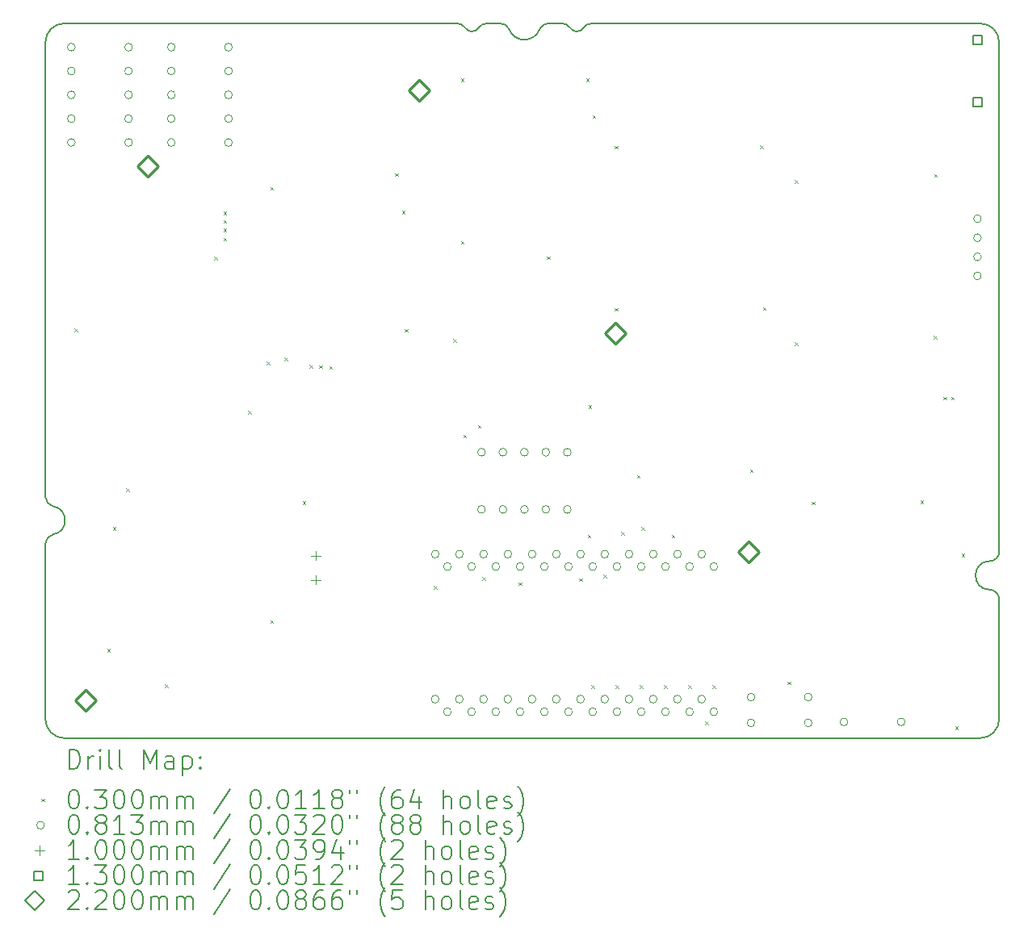
<source format=gbr>
%TF.GenerationSoftware,KiCad,Pcbnew,9.0.0*%
%TF.CreationDate,2025-05-15T16:18:30+09:00*%
%TF.ProjectId,xylo,78796c6f-2e6b-4696-9361-645f70636258,rev?*%
%TF.SameCoordinates,Original*%
%TF.FileFunction,Drillmap*%
%TF.FilePolarity,Positive*%
%FSLAX45Y45*%
G04 Gerber Fmt 4.5, Leading zero omitted, Abs format (unit mm)*
G04 Created by KiCad (PCBNEW 9.0.0) date 2025-05-15 16:18:30*
%MOMM*%
%LPD*%
G01*
G04 APERTURE LIST*
%ADD10C,0.200000*%
%ADD11C,0.100000*%
%ADD12C,0.130000*%
%ADD13C,0.220000*%
G04 APERTURE END LIST*
D10*
X14978005Y-11569177D02*
X14978000Y-11569177D01*
X14978000Y-12061447D02*
X14978000Y-13899997D01*
X24878598Y-12542908D02*
G75*
G02*
X24978004Y-12642906I-588J-99992D01*
G01*
X24978000Y-12142917D02*
G75*
G02*
X24878598Y-12242918I-100000J-3D01*
G01*
X20621437Y-6645972D02*
G75*
G02*
X20478233Y-6645972I-71602J45972D01*
G01*
X15060478Y-11667635D02*
G75*
G02*
X15060476Y-11962985I-26278J-147675D01*
G01*
X14978000Y-11569177D02*
X14978000Y-6799997D01*
X19747423Y-6600000D02*
G75*
G02*
X19840390Y-6663168I-3J-100000D01*
G01*
X20159278Y-6663168D02*
G75*
G02*
X19840392Y-6663168I-159443J63168D01*
G01*
X15178003Y-14100000D02*
X24779273Y-14100000D01*
X15178003Y-14100000D02*
G75*
G02*
X14978000Y-13899997I-3J200000D01*
G01*
X19521437Y-6645972D02*
G75*
G02*
X19378233Y-6645972I-71602J45972D01*
G01*
X14978000Y-12061447D02*
G75*
G02*
X15060479Y-11962997I100000J-3D01*
G01*
X20159278Y-6663168D02*
G75*
G02*
X20252248Y-6599995I92962J-36812D01*
G01*
X20621437Y-6645972D02*
G75*
G02*
X20705586Y-6599996I84153J-54028D01*
G01*
X24778003Y-6600000D02*
G75*
G02*
X24978000Y-6799997I-3J-200000D01*
G01*
X19521437Y-6645972D02*
G75*
G02*
X19605586Y-6599996I84153J-54028D01*
G01*
X19294083Y-6600000D02*
G75*
G02*
X19378234Y-6645972I-3J-100010D01*
G01*
X24978000Y-12642906D02*
X24978000Y-13899997D01*
X24978000Y-12142917D02*
X24978000Y-6799997D01*
X15178000Y-6600000D02*
X19294083Y-6600000D01*
X24978000Y-13899997D02*
G75*
G02*
X24779273Y-14099996I-200010J7D01*
G01*
X19605586Y-6600000D02*
X19747423Y-6600000D01*
X15060478Y-11667635D02*
G75*
G02*
X14977998Y-11569177I17522J98455D01*
G01*
X24778003Y-6600000D02*
X20705586Y-6600000D01*
X24878598Y-12542908D02*
G75*
G02*
X24878598Y-12242912I892J149998D01*
G01*
X20394083Y-6600000D02*
G75*
G02*
X20478234Y-6645972I-3J-100010D01*
G01*
X14978000Y-6799997D02*
G75*
G02*
X15178000Y-6600000I199990J7D01*
G01*
X20252248Y-6600000D02*
X20394083Y-6600000D01*
D11*
X15285000Y-9805000D02*
X15315000Y-9835000D01*
X15315000Y-9805000D02*
X15285000Y-9835000D01*
X15625000Y-13165000D02*
X15655000Y-13195000D01*
X15655000Y-13165000D02*
X15625000Y-13195000D01*
X15685000Y-11885000D02*
X15715000Y-11915000D01*
X15715000Y-11885000D02*
X15685000Y-11915000D01*
X15825000Y-11478786D02*
X15855000Y-11508786D01*
X15855000Y-11478786D02*
X15825000Y-11508786D01*
X16233398Y-13536602D02*
X16263398Y-13566602D01*
X16263398Y-13536602D02*
X16233398Y-13566602D01*
X16750000Y-9050000D02*
X16780000Y-9080000D01*
X16780000Y-9050000D02*
X16750000Y-9080000D01*
X16845000Y-8575000D02*
X16875000Y-8605000D01*
X16875000Y-8575000D02*
X16845000Y-8605000D01*
X16845000Y-8665000D02*
X16875000Y-8695000D01*
X16875000Y-8665000D02*
X16845000Y-8695000D01*
X16845000Y-8755000D02*
X16875000Y-8785000D01*
X16875000Y-8755000D02*
X16845000Y-8785000D01*
X16845000Y-8848437D02*
X16875000Y-8878437D01*
X16875000Y-8848437D02*
X16845000Y-8878437D01*
X17105000Y-10665000D02*
X17135000Y-10695000D01*
X17135000Y-10665000D02*
X17105000Y-10695000D01*
X17300074Y-10149927D02*
X17330074Y-10179927D01*
X17330074Y-10149927D02*
X17300074Y-10179927D01*
X17335000Y-8315000D02*
X17365000Y-8345000D01*
X17365000Y-8315000D02*
X17335000Y-8345000D01*
X17335000Y-12865000D02*
X17365000Y-12895000D01*
X17365000Y-12865000D02*
X17335000Y-12895000D01*
X17483282Y-10106719D02*
X17513282Y-10136719D01*
X17513282Y-10106719D02*
X17483282Y-10136719D01*
X17675000Y-11615000D02*
X17705000Y-11645000D01*
X17705000Y-11615000D02*
X17675000Y-11645000D01*
X17745000Y-10185000D02*
X17775000Y-10215000D01*
X17775000Y-10185000D02*
X17745000Y-10215000D01*
X17848666Y-10188666D02*
X17878666Y-10218666D01*
X17878666Y-10188666D02*
X17848666Y-10218666D01*
X17955000Y-10195000D02*
X17985000Y-10225000D01*
X17985000Y-10195000D02*
X17955000Y-10225000D01*
X18643205Y-8173205D02*
X18673205Y-8203205D01*
X18673205Y-8173205D02*
X18643205Y-8203205D01*
X18715000Y-8565000D02*
X18745000Y-8595000D01*
X18745000Y-8565000D02*
X18715000Y-8595000D01*
X18747574Y-9807574D02*
X18777574Y-9837574D01*
X18777574Y-9807574D02*
X18747574Y-9837574D01*
X19050000Y-12505000D02*
X19080000Y-12535000D01*
X19080000Y-12505000D02*
X19050000Y-12535000D01*
X19255000Y-9915000D02*
X19285000Y-9945000D01*
X19285000Y-9915000D02*
X19255000Y-9945000D01*
X19333750Y-8885000D02*
X19363750Y-8915000D01*
X19363750Y-8885000D02*
X19333750Y-8915000D01*
X19335000Y-7180000D02*
X19365000Y-7210000D01*
X19365000Y-7180000D02*
X19335000Y-7210000D01*
X19361000Y-10916663D02*
X19391000Y-10946663D01*
X19391000Y-10916663D02*
X19361000Y-10946663D01*
X19513850Y-10813850D02*
X19543850Y-10843850D01*
X19543850Y-10813850D02*
X19513850Y-10843850D01*
X19558000Y-12412000D02*
X19588000Y-12442000D01*
X19588000Y-12412000D02*
X19558000Y-12442000D01*
X19939000Y-12465000D02*
X19969000Y-12495000D01*
X19969000Y-12465000D02*
X19939000Y-12495000D01*
X20235000Y-9045000D02*
X20265000Y-9075000D01*
X20265000Y-9045000D02*
X20235000Y-9075000D01*
X20574000Y-12425000D02*
X20604000Y-12455000D01*
X20604000Y-12425000D02*
X20574000Y-12455000D01*
X20645000Y-7180000D02*
X20675000Y-7210000D01*
X20675000Y-7180000D02*
X20645000Y-7210000D01*
X20665000Y-11965000D02*
X20695000Y-11995000D01*
X20695000Y-11965000D02*
X20665000Y-11995000D01*
X20673000Y-10605000D02*
X20703000Y-10635000D01*
X20703000Y-10605000D02*
X20673000Y-10635000D01*
X20701000Y-13545000D02*
X20731000Y-13575000D01*
X20731000Y-13545000D02*
X20701000Y-13575000D01*
X20715000Y-7565000D02*
X20745000Y-7595000D01*
X20745000Y-7565000D02*
X20715000Y-7595000D01*
X20828000Y-12385000D02*
X20858000Y-12415000D01*
X20858000Y-12385000D02*
X20828000Y-12415000D01*
X20945000Y-7885000D02*
X20975000Y-7915000D01*
X20975000Y-7885000D02*
X20945000Y-7915000D01*
X20945000Y-9585000D02*
X20975000Y-9615000D01*
X20975000Y-9585000D02*
X20945000Y-9615000D01*
X20955000Y-13545000D02*
X20985000Y-13575000D01*
X20985000Y-13545000D02*
X20955000Y-13575000D01*
X21015000Y-11935000D02*
X21045000Y-11965000D01*
X21045000Y-11935000D02*
X21015000Y-11965000D01*
X21180000Y-11340000D02*
X21210000Y-11370000D01*
X21210000Y-11340000D02*
X21180000Y-11370000D01*
X21209000Y-13545000D02*
X21239000Y-13575000D01*
X21239000Y-13545000D02*
X21209000Y-13575000D01*
X21225986Y-11885000D02*
X21255986Y-11915000D01*
X21255986Y-11885000D02*
X21225986Y-11915000D01*
X21465000Y-13545000D02*
X21495000Y-13575000D01*
X21495000Y-13545000D02*
X21465000Y-13575000D01*
X21545000Y-11965000D02*
X21575000Y-11995000D01*
X21575000Y-11965000D02*
X21545000Y-11995000D01*
X21717000Y-13545000D02*
X21747000Y-13575000D01*
X21747000Y-13545000D02*
X21717000Y-13575000D01*
X21895000Y-13924800D02*
X21925000Y-13954800D01*
X21925000Y-13924800D02*
X21895000Y-13954800D01*
X21971000Y-13545000D02*
X22001000Y-13575000D01*
X22001000Y-13545000D02*
X21971000Y-13575000D01*
X22364000Y-11279000D02*
X22394000Y-11309000D01*
X22394000Y-11279000D02*
X22364000Y-11309000D01*
X22470000Y-7880000D02*
X22500000Y-7910000D01*
X22500000Y-7880000D02*
X22470000Y-7910000D01*
X22500000Y-9580000D02*
X22530000Y-9610000D01*
X22530000Y-9580000D02*
X22500000Y-9610000D01*
X22757500Y-13507500D02*
X22787500Y-13537500D01*
X22787500Y-13507500D02*
X22757500Y-13537500D01*
X22835000Y-8245000D02*
X22865000Y-8275000D01*
X22865000Y-8245000D02*
X22835000Y-8275000D01*
X22835000Y-9945000D02*
X22865000Y-9975000D01*
X22865000Y-9945000D02*
X22835000Y-9975000D01*
X23013500Y-11618500D02*
X23043500Y-11648500D01*
X23043500Y-11618500D02*
X23013500Y-11648500D01*
X24150000Y-11605000D02*
X24180000Y-11635000D01*
X24180000Y-11605000D02*
X24150000Y-11635000D01*
X24290000Y-9880000D02*
X24320000Y-9910000D01*
X24320000Y-9880000D02*
X24290000Y-9910000D01*
X24295000Y-8180000D02*
X24325000Y-8210000D01*
X24325000Y-8180000D02*
X24295000Y-8210000D01*
X24395000Y-10520000D02*
X24425000Y-10550000D01*
X24425000Y-10520000D02*
X24395000Y-10550000D01*
X24475000Y-10520000D02*
X24505000Y-10550000D01*
X24505000Y-10520000D02*
X24475000Y-10550000D01*
X24515000Y-13975000D02*
X24545000Y-14005000D01*
X24545000Y-13975000D02*
X24515000Y-14005000D01*
X24585000Y-12165000D02*
X24615000Y-12195000D01*
X24615000Y-12165000D02*
X24585000Y-12195000D01*
X15290640Y-6850000D02*
G75*
G02*
X15209360Y-6850000I-40640J0D01*
G01*
X15209360Y-6850000D02*
G75*
G02*
X15290640Y-6850000I40640J0D01*
G01*
X15290640Y-7100000D02*
G75*
G02*
X15209360Y-7100000I-40640J0D01*
G01*
X15209360Y-7100000D02*
G75*
G02*
X15290640Y-7100000I40640J0D01*
G01*
X15290640Y-7350000D02*
G75*
G02*
X15209360Y-7350000I-40640J0D01*
G01*
X15209360Y-7350000D02*
G75*
G02*
X15290640Y-7350000I40640J0D01*
G01*
X15290640Y-7600000D02*
G75*
G02*
X15209360Y-7600000I-40640J0D01*
G01*
X15209360Y-7600000D02*
G75*
G02*
X15290640Y-7600000I40640J0D01*
G01*
X15290640Y-7850000D02*
G75*
G02*
X15209360Y-7850000I-40640J0D01*
G01*
X15209360Y-7850000D02*
G75*
G02*
X15290640Y-7850000I40640J0D01*
G01*
X15890640Y-6850000D02*
G75*
G02*
X15809360Y-6850000I-40640J0D01*
G01*
X15809360Y-6850000D02*
G75*
G02*
X15890640Y-6850000I40640J0D01*
G01*
X15890640Y-7100000D02*
G75*
G02*
X15809360Y-7100000I-40640J0D01*
G01*
X15809360Y-7100000D02*
G75*
G02*
X15890640Y-7100000I40640J0D01*
G01*
X15890640Y-7350000D02*
G75*
G02*
X15809360Y-7350000I-40640J0D01*
G01*
X15809360Y-7350000D02*
G75*
G02*
X15890640Y-7350000I40640J0D01*
G01*
X15890640Y-7600000D02*
G75*
G02*
X15809360Y-7600000I-40640J0D01*
G01*
X15809360Y-7600000D02*
G75*
G02*
X15890640Y-7600000I40640J0D01*
G01*
X15890640Y-7850000D02*
G75*
G02*
X15809360Y-7850000I-40640J0D01*
G01*
X15809360Y-7850000D02*
G75*
G02*
X15890640Y-7850000I40640J0D01*
G01*
X16338140Y-6850000D02*
G75*
G02*
X16256860Y-6850000I-40640J0D01*
G01*
X16256860Y-6850000D02*
G75*
G02*
X16338140Y-6850000I40640J0D01*
G01*
X16338140Y-7100000D02*
G75*
G02*
X16256860Y-7100000I-40640J0D01*
G01*
X16256860Y-7100000D02*
G75*
G02*
X16338140Y-7100000I40640J0D01*
G01*
X16338140Y-7350000D02*
G75*
G02*
X16256860Y-7350000I-40640J0D01*
G01*
X16256860Y-7350000D02*
G75*
G02*
X16338140Y-7350000I40640J0D01*
G01*
X16338140Y-7600000D02*
G75*
G02*
X16256860Y-7600000I-40640J0D01*
G01*
X16256860Y-7600000D02*
G75*
G02*
X16338140Y-7600000I40640J0D01*
G01*
X16338140Y-7850000D02*
G75*
G02*
X16256860Y-7850000I-40640J0D01*
G01*
X16256860Y-7850000D02*
G75*
G02*
X16338140Y-7850000I40640J0D01*
G01*
X16938140Y-6850000D02*
G75*
G02*
X16856860Y-6850000I-40640J0D01*
G01*
X16856860Y-6850000D02*
G75*
G02*
X16938140Y-6850000I40640J0D01*
G01*
X16938140Y-7100000D02*
G75*
G02*
X16856860Y-7100000I-40640J0D01*
G01*
X16856860Y-7100000D02*
G75*
G02*
X16938140Y-7100000I40640J0D01*
G01*
X16938140Y-7350000D02*
G75*
G02*
X16856860Y-7350000I-40640J0D01*
G01*
X16856860Y-7350000D02*
G75*
G02*
X16938140Y-7350000I40640J0D01*
G01*
X16938140Y-7600000D02*
G75*
G02*
X16856860Y-7600000I-40640J0D01*
G01*
X16856860Y-7600000D02*
G75*
G02*
X16938140Y-7600000I40640J0D01*
G01*
X16938140Y-7850000D02*
G75*
G02*
X16856860Y-7850000I-40640J0D01*
G01*
X16856860Y-7850000D02*
G75*
G02*
X16938140Y-7850000I40640J0D01*
G01*
X19105640Y-12169360D02*
G75*
G02*
X19024360Y-12169360I-40640J0D01*
G01*
X19024360Y-12169360D02*
G75*
G02*
X19105640Y-12169360I40640J0D01*
G01*
X19105640Y-13691360D02*
G75*
G02*
X19024360Y-13691360I-40640J0D01*
G01*
X19024360Y-13691360D02*
G75*
G02*
X19105640Y-13691360I40640J0D01*
G01*
X19232640Y-12300000D02*
G75*
G02*
X19151360Y-12300000I-40640J0D01*
G01*
X19151360Y-12300000D02*
G75*
G02*
X19232640Y-12300000I40640J0D01*
G01*
X19232640Y-13824000D02*
G75*
G02*
X19151360Y-13824000I-40640J0D01*
G01*
X19151360Y-13824000D02*
G75*
G02*
X19232640Y-13824000I40640J0D01*
G01*
X19359640Y-12169360D02*
G75*
G02*
X19278360Y-12169360I-40640J0D01*
G01*
X19278360Y-12169360D02*
G75*
G02*
X19359640Y-12169360I40640J0D01*
G01*
X19359640Y-13691360D02*
G75*
G02*
X19278360Y-13691360I-40640J0D01*
G01*
X19278360Y-13691360D02*
G75*
G02*
X19359640Y-13691360I40640J0D01*
G01*
X19486640Y-12300000D02*
G75*
G02*
X19405360Y-12300000I-40640J0D01*
G01*
X19405360Y-12300000D02*
G75*
G02*
X19486640Y-12300000I40640J0D01*
G01*
X19486640Y-13824000D02*
G75*
G02*
X19405360Y-13824000I-40640J0D01*
G01*
X19405360Y-13824000D02*
G75*
G02*
X19486640Y-13824000I40640J0D01*
G01*
X19590640Y-11100000D02*
G75*
G02*
X19509360Y-11100000I-40640J0D01*
G01*
X19509360Y-11100000D02*
G75*
G02*
X19590640Y-11100000I40640J0D01*
G01*
X19590640Y-11700000D02*
G75*
G02*
X19509360Y-11700000I-40640J0D01*
G01*
X19509360Y-11700000D02*
G75*
G02*
X19590640Y-11700000I40640J0D01*
G01*
X19613640Y-12169360D02*
G75*
G02*
X19532360Y-12169360I-40640J0D01*
G01*
X19532360Y-12169360D02*
G75*
G02*
X19613640Y-12169360I40640J0D01*
G01*
X19613640Y-13691360D02*
G75*
G02*
X19532360Y-13691360I-40640J0D01*
G01*
X19532360Y-13691360D02*
G75*
G02*
X19613640Y-13691360I40640J0D01*
G01*
X19740640Y-12300000D02*
G75*
G02*
X19659360Y-12300000I-40640J0D01*
G01*
X19659360Y-12300000D02*
G75*
G02*
X19740640Y-12300000I40640J0D01*
G01*
X19740640Y-13824000D02*
G75*
G02*
X19659360Y-13824000I-40640J0D01*
G01*
X19659360Y-13824000D02*
G75*
G02*
X19740640Y-13824000I40640J0D01*
G01*
X19815640Y-11100000D02*
G75*
G02*
X19734360Y-11100000I-40640J0D01*
G01*
X19734360Y-11100000D02*
G75*
G02*
X19815640Y-11100000I40640J0D01*
G01*
X19815640Y-11700000D02*
G75*
G02*
X19734360Y-11700000I-40640J0D01*
G01*
X19734360Y-11700000D02*
G75*
G02*
X19815640Y-11700000I40640J0D01*
G01*
X19867640Y-12169360D02*
G75*
G02*
X19786360Y-12169360I-40640J0D01*
G01*
X19786360Y-12169360D02*
G75*
G02*
X19867640Y-12169360I40640J0D01*
G01*
X19867640Y-13691360D02*
G75*
G02*
X19786360Y-13691360I-40640J0D01*
G01*
X19786360Y-13691360D02*
G75*
G02*
X19867640Y-13691360I40640J0D01*
G01*
X19994640Y-12300000D02*
G75*
G02*
X19913360Y-12300000I-40640J0D01*
G01*
X19913360Y-12300000D02*
G75*
G02*
X19994640Y-12300000I40640J0D01*
G01*
X19994640Y-13824000D02*
G75*
G02*
X19913360Y-13824000I-40640J0D01*
G01*
X19913360Y-13824000D02*
G75*
G02*
X19994640Y-13824000I40640J0D01*
G01*
X20040640Y-11100000D02*
G75*
G02*
X19959360Y-11100000I-40640J0D01*
G01*
X19959360Y-11100000D02*
G75*
G02*
X20040640Y-11100000I40640J0D01*
G01*
X20040640Y-11700000D02*
G75*
G02*
X19959360Y-11700000I-40640J0D01*
G01*
X19959360Y-11700000D02*
G75*
G02*
X20040640Y-11700000I40640J0D01*
G01*
X20121640Y-12169360D02*
G75*
G02*
X20040360Y-12169360I-40640J0D01*
G01*
X20040360Y-12169360D02*
G75*
G02*
X20121640Y-12169360I40640J0D01*
G01*
X20121640Y-13691360D02*
G75*
G02*
X20040360Y-13691360I-40640J0D01*
G01*
X20040360Y-13691360D02*
G75*
G02*
X20121640Y-13691360I40640J0D01*
G01*
X20248640Y-12300000D02*
G75*
G02*
X20167360Y-12300000I-40640J0D01*
G01*
X20167360Y-12300000D02*
G75*
G02*
X20248640Y-12300000I40640J0D01*
G01*
X20248640Y-13824000D02*
G75*
G02*
X20167360Y-13824000I-40640J0D01*
G01*
X20167360Y-13824000D02*
G75*
G02*
X20248640Y-13824000I40640J0D01*
G01*
X20265640Y-11100000D02*
G75*
G02*
X20184360Y-11100000I-40640J0D01*
G01*
X20184360Y-11100000D02*
G75*
G02*
X20265640Y-11100000I40640J0D01*
G01*
X20265640Y-11700000D02*
G75*
G02*
X20184360Y-11700000I-40640J0D01*
G01*
X20184360Y-11700000D02*
G75*
G02*
X20265640Y-11700000I40640J0D01*
G01*
X20375640Y-12169360D02*
G75*
G02*
X20294360Y-12169360I-40640J0D01*
G01*
X20294360Y-12169360D02*
G75*
G02*
X20375640Y-12169360I40640J0D01*
G01*
X20375640Y-13691360D02*
G75*
G02*
X20294360Y-13691360I-40640J0D01*
G01*
X20294360Y-13691360D02*
G75*
G02*
X20375640Y-13691360I40640J0D01*
G01*
X20490640Y-11100000D02*
G75*
G02*
X20409360Y-11100000I-40640J0D01*
G01*
X20409360Y-11100000D02*
G75*
G02*
X20490640Y-11100000I40640J0D01*
G01*
X20490640Y-11700000D02*
G75*
G02*
X20409360Y-11700000I-40640J0D01*
G01*
X20409360Y-11700000D02*
G75*
G02*
X20490640Y-11700000I40640J0D01*
G01*
X20502640Y-12300000D02*
G75*
G02*
X20421360Y-12300000I-40640J0D01*
G01*
X20421360Y-12300000D02*
G75*
G02*
X20502640Y-12300000I40640J0D01*
G01*
X20502640Y-13824000D02*
G75*
G02*
X20421360Y-13824000I-40640J0D01*
G01*
X20421360Y-13824000D02*
G75*
G02*
X20502640Y-13824000I40640J0D01*
G01*
X20629640Y-12169360D02*
G75*
G02*
X20548360Y-12169360I-40640J0D01*
G01*
X20548360Y-12169360D02*
G75*
G02*
X20629640Y-12169360I40640J0D01*
G01*
X20629640Y-13691360D02*
G75*
G02*
X20548360Y-13691360I-40640J0D01*
G01*
X20548360Y-13691360D02*
G75*
G02*
X20629640Y-13691360I40640J0D01*
G01*
X20756640Y-12300000D02*
G75*
G02*
X20675360Y-12300000I-40640J0D01*
G01*
X20675360Y-12300000D02*
G75*
G02*
X20756640Y-12300000I40640J0D01*
G01*
X20756640Y-13824000D02*
G75*
G02*
X20675360Y-13824000I-40640J0D01*
G01*
X20675360Y-13824000D02*
G75*
G02*
X20756640Y-13824000I40640J0D01*
G01*
X20883640Y-12169360D02*
G75*
G02*
X20802360Y-12169360I-40640J0D01*
G01*
X20802360Y-12169360D02*
G75*
G02*
X20883640Y-12169360I40640J0D01*
G01*
X20883640Y-13691360D02*
G75*
G02*
X20802360Y-13691360I-40640J0D01*
G01*
X20802360Y-13691360D02*
G75*
G02*
X20883640Y-13691360I40640J0D01*
G01*
X21010640Y-12300000D02*
G75*
G02*
X20929360Y-12300000I-40640J0D01*
G01*
X20929360Y-12300000D02*
G75*
G02*
X21010640Y-12300000I40640J0D01*
G01*
X21010640Y-13824000D02*
G75*
G02*
X20929360Y-13824000I-40640J0D01*
G01*
X20929360Y-13824000D02*
G75*
G02*
X21010640Y-13824000I40640J0D01*
G01*
X21137640Y-12169360D02*
G75*
G02*
X21056360Y-12169360I-40640J0D01*
G01*
X21056360Y-12169360D02*
G75*
G02*
X21137640Y-12169360I40640J0D01*
G01*
X21137640Y-13691360D02*
G75*
G02*
X21056360Y-13691360I-40640J0D01*
G01*
X21056360Y-13691360D02*
G75*
G02*
X21137640Y-13691360I40640J0D01*
G01*
X21264640Y-12300000D02*
G75*
G02*
X21183360Y-12300000I-40640J0D01*
G01*
X21183360Y-12300000D02*
G75*
G02*
X21264640Y-12300000I40640J0D01*
G01*
X21264640Y-13824000D02*
G75*
G02*
X21183360Y-13824000I-40640J0D01*
G01*
X21183360Y-13824000D02*
G75*
G02*
X21264640Y-13824000I40640J0D01*
G01*
X21391640Y-12169360D02*
G75*
G02*
X21310360Y-12169360I-40640J0D01*
G01*
X21310360Y-12169360D02*
G75*
G02*
X21391640Y-12169360I40640J0D01*
G01*
X21391640Y-13691360D02*
G75*
G02*
X21310360Y-13691360I-40640J0D01*
G01*
X21310360Y-13691360D02*
G75*
G02*
X21391640Y-13691360I40640J0D01*
G01*
X21518640Y-12300000D02*
G75*
G02*
X21437360Y-12300000I-40640J0D01*
G01*
X21437360Y-12300000D02*
G75*
G02*
X21518640Y-12300000I40640J0D01*
G01*
X21518640Y-13824000D02*
G75*
G02*
X21437360Y-13824000I-40640J0D01*
G01*
X21437360Y-13824000D02*
G75*
G02*
X21518640Y-13824000I40640J0D01*
G01*
X21645640Y-12169360D02*
G75*
G02*
X21564360Y-12169360I-40640J0D01*
G01*
X21564360Y-12169360D02*
G75*
G02*
X21645640Y-12169360I40640J0D01*
G01*
X21645640Y-13691360D02*
G75*
G02*
X21564360Y-13691360I-40640J0D01*
G01*
X21564360Y-13691360D02*
G75*
G02*
X21645640Y-13691360I40640J0D01*
G01*
X21772640Y-12300000D02*
G75*
G02*
X21691360Y-12300000I-40640J0D01*
G01*
X21691360Y-12300000D02*
G75*
G02*
X21772640Y-12300000I40640J0D01*
G01*
X21772640Y-13824000D02*
G75*
G02*
X21691360Y-13824000I-40640J0D01*
G01*
X21691360Y-13824000D02*
G75*
G02*
X21772640Y-13824000I40640J0D01*
G01*
X21899640Y-12169360D02*
G75*
G02*
X21818360Y-12169360I-40640J0D01*
G01*
X21818360Y-12169360D02*
G75*
G02*
X21899640Y-12169360I40640J0D01*
G01*
X21899640Y-13691360D02*
G75*
G02*
X21818360Y-13691360I-40640J0D01*
G01*
X21818360Y-13691360D02*
G75*
G02*
X21899640Y-13691360I40640J0D01*
G01*
X22026640Y-12300000D02*
G75*
G02*
X21945360Y-12300000I-40640J0D01*
G01*
X21945360Y-12300000D02*
G75*
G02*
X22026640Y-12300000I40640J0D01*
G01*
X22026640Y-13824000D02*
G75*
G02*
X21945360Y-13824000I-40640J0D01*
G01*
X21945360Y-13824000D02*
G75*
G02*
X22026640Y-13824000I40640J0D01*
G01*
X22415640Y-13670000D02*
G75*
G02*
X22334360Y-13670000I-40640J0D01*
G01*
X22334360Y-13670000D02*
G75*
G02*
X22415640Y-13670000I40640J0D01*
G01*
X22415640Y-13940000D02*
G75*
G02*
X22334360Y-13940000I-40640J0D01*
G01*
X22334360Y-13940000D02*
G75*
G02*
X22415640Y-13940000I40640J0D01*
G01*
X23015640Y-13670000D02*
G75*
G02*
X22934360Y-13670000I-40640J0D01*
G01*
X22934360Y-13670000D02*
G75*
G02*
X23015640Y-13670000I40640J0D01*
G01*
X23015640Y-13940000D02*
G75*
G02*
X22934360Y-13940000I-40640J0D01*
G01*
X22934360Y-13940000D02*
G75*
G02*
X23015640Y-13940000I40640J0D01*
G01*
X23390640Y-13930000D02*
G75*
G02*
X23309360Y-13930000I-40640J0D01*
G01*
X23309360Y-13930000D02*
G75*
G02*
X23390640Y-13930000I40640J0D01*
G01*
X23990640Y-13930000D02*
G75*
G02*
X23909360Y-13930000I-40640J0D01*
G01*
X23909360Y-13930000D02*
G75*
G02*
X23990640Y-13930000I40640J0D01*
G01*
X24790640Y-8650000D02*
G75*
G02*
X24709360Y-8650000I-40640J0D01*
G01*
X24709360Y-8650000D02*
G75*
G02*
X24790640Y-8650000I40640J0D01*
G01*
X24790640Y-8850000D02*
G75*
G02*
X24709360Y-8850000I-40640J0D01*
G01*
X24709360Y-8850000D02*
G75*
G02*
X24790640Y-8850000I40640J0D01*
G01*
X24790640Y-9050000D02*
G75*
G02*
X24709360Y-9050000I-40640J0D01*
G01*
X24709360Y-9050000D02*
G75*
G02*
X24790640Y-9050000I40640J0D01*
G01*
X24790640Y-9250000D02*
G75*
G02*
X24709360Y-9250000I-40640J0D01*
G01*
X24709360Y-9250000D02*
G75*
G02*
X24790640Y-9250000I40640J0D01*
G01*
X17815000Y-12135000D02*
X17815000Y-12235000D01*
X17765000Y-12185000D02*
X17865000Y-12185000D01*
X17815000Y-12389000D02*
X17815000Y-12489000D01*
X17765000Y-12439000D02*
X17865000Y-12439000D01*
D12*
X24795962Y-6820962D02*
X24795962Y-6729038D01*
X24704038Y-6729038D01*
X24704038Y-6820962D01*
X24795962Y-6820962D01*
X24795962Y-7470962D02*
X24795962Y-7379038D01*
X24704038Y-7379038D01*
X24704038Y-7470962D01*
X24795962Y-7470962D01*
D13*
X15400000Y-13810000D02*
X15510000Y-13700000D01*
X15400000Y-13590000D01*
X15290000Y-13700000D01*
X15400000Y-13810000D01*
X16050000Y-8210000D02*
X16160000Y-8100000D01*
X16050000Y-7990000D01*
X15940000Y-8100000D01*
X16050000Y-8210000D01*
X18900000Y-7410000D02*
X19010000Y-7300000D01*
X18900000Y-7190000D01*
X18790000Y-7300000D01*
X18900000Y-7410000D01*
X20950000Y-9960000D02*
X21060000Y-9850000D01*
X20950000Y-9740000D01*
X20840000Y-9850000D01*
X20950000Y-9960000D01*
X22350000Y-12260000D02*
X22460000Y-12150000D01*
X22350000Y-12040000D01*
X22240000Y-12150000D01*
X22350000Y-12260000D01*
D10*
X15228774Y-14421484D02*
X15228774Y-14221484D01*
X15228774Y-14221484D02*
X15276393Y-14221484D01*
X15276393Y-14221484D02*
X15304965Y-14231008D01*
X15304965Y-14231008D02*
X15324013Y-14250055D01*
X15324013Y-14250055D02*
X15333536Y-14269103D01*
X15333536Y-14269103D02*
X15343060Y-14307198D01*
X15343060Y-14307198D02*
X15343060Y-14335769D01*
X15343060Y-14335769D02*
X15333536Y-14373865D01*
X15333536Y-14373865D02*
X15324013Y-14392912D01*
X15324013Y-14392912D02*
X15304965Y-14411960D01*
X15304965Y-14411960D02*
X15276393Y-14421484D01*
X15276393Y-14421484D02*
X15228774Y-14421484D01*
X15428774Y-14421484D02*
X15428774Y-14288150D01*
X15428774Y-14326246D02*
X15438298Y-14307198D01*
X15438298Y-14307198D02*
X15447822Y-14297674D01*
X15447822Y-14297674D02*
X15466870Y-14288150D01*
X15466870Y-14288150D02*
X15485917Y-14288150D01*
X15552584Y-14421484D02*
X15552584Y-14288150D01*
X15552584Y-14221484D02*
X15543060Y-14231008D01*
X15543060Y-14231008D02*
X15552584Y-14240531D01*
X15552584Y-14240531D02*
X15562108Y-14231008D01*
X15562108Y-14231008D02*
X15552584Y-14221484D01*
X15552584Y-14221484D02*
X15552584Y-14240531D01*
X15676393Y-14421484D02*
X15657346Y-14411960D01*
X15657346Y-14411960D02*
X15647822Y-14392912D01*
X15647822Y-14392912D02*
X15647822Y-14221484D01*
X15781155Y-14421484D02*
X15762108Y-14411960D01*
X15762108Y-14411960D02*
X15752584Y-14392912D01*
X15752584Y-14392912D02*
X15752584Y-14221484D01*
X16009727Y-14421484D02*
X16009727Y-14221484D01*
X16009727Y-14221484D02*
X16076394Y-14364341D01*
X16076394Y-14364341D02*
X16143060Y-14221484D01*
X16143060Y-14221484D02*
X16143060Y-14421484D01*
X16324013Y-14421484D02*
X16324013Y-14316722D01*
X16324013Y-14316722D02*
X16314489Y-14297674D01*
X16314489Y-14297674D02*
X16295441Y-14288150D01*
X16295441Y-14288150D02*
X16257346Y-14288150D01*
X16257346Y-14288150D02*
X16238298Y-14297674D01*
X16324013Y-14411960D02*
X16304965Y-14421484D01*
X16304965Y-14421484D02*
X16257346Y-14421484D01*
X16257346Y-14421484D02*
X16238298Y-14411960D01*
X16238298Y-14411960D02*
X16228774Y-14392912D01*
X16228774Y-14392912D02*
X16228774Y-14373865D01*
X16228774Y-14373865D02*
X16238298Y-14354817D01*
X16238298Y-14354817D02*
X16257346Y-14345293D01*
X16257346Y-14345293D02*
X16304965Y-14345293D01*
X16304965Y-14345293D02*
X16324013Y-14335769D01*
X16419251Y-14288150D02*
X16419251Y-14488150D01*
X16419251Y-14297674D02*
X16438298Y-14288150D01*
X16438298Y-14288150D02*
X16476394Y-14288150D01*
X16476394Y-14288150D02*
X16495441Y-14297674D01*
X16495441Y-14297674D02*
X16504965Y-14307198D01*
X16504965Y-14307198D02*
X16514489Y-14326246D01*
X16514489Y-14326246D02*
X16514489Y-14383388D01*
X16514489Y-14383388D02*
X16504965Y-14402436D01*
X16504965Y-14402436D02*
X16495441Y-14411960D01*
X16495441Y-14411960D02*
X16476394Y-14421484D01*
X16476394Y-14421484D02*
X16438298Y-14421484D01*
X16438298Y-14421484D02*
X16419251Y-14411960D01*
X16600203Y-14402436D02*
X16609727Y-14411960D01*
X16609727Y-14411960D02*
X16600203Y-14421484D01*
X16600203Y-14421484D02*
X16590679Y-14411960D01*
X16590679Y-14411960D02*
X16600203Y-14402436D01*
X16600203Y-14402436D02*
X16600203Y-14421484D01*
X16600203Y-14297674D02*
X16609727Y-14307198D01*
X16609727Y-14307198D02*
X16600203Y-14316722D01*
X16600203Y-14316722D02*
X16590679Y-14307198D01*
X16590679Y-14307198D02*
X16600203Y-14297674D01*
X16600203Y-14297674D02*
X16600203Y-14316722D01*
D11*
X14937998Y-14735000D02*
X14967998Y-14765000D01*
X14967998Y-14735000D02*
X14937998Y-14765000D01*
D10*
X15266870Y-14641484D02*
X15285917Y-14641484D01*
X15285917Y-14641484D02*
X15304965Y-14651008D01*
X15304965Y-14651008D02*
X15314489Y-14660531D01*
X15314489Y-14660531D02*
X15324013Y-14679579D01*
X15324013Y-14679579D02*
X15333536Y-14717674D01*
X15333536Y-14717674D02*
X15333536Y-14765293D01*
X15333536Y-14765293D02*
X15324013Y-14803388D01*
X15324013Y-14803388D02*
X15314489Y-14822436D01*
X15314489Y-14822436D02*
X15304965Y-14831960D01*
X15304965Y-14831960D02*
X15285917Y-14841484D01*
X15285917Y-14841484D02*
X15266870Y-14841484D01*
X15266870Y-14841484D02*
X15247822Y-14831960D01*
X15247822Y-14831960D02*
X15238298Y-14822436D01*
X15238298Y-14822436D02*
X15228774Y-14803388D01*
X15228774Y-14803388D02*
X15219251Y-14765293D01*
X15219251Y-14765293D02*
X15219251Y-14717674D01*
X15219251Y-14717674D02*
X15228774Y-14679579D01*
X15228774Y-14679579D02*
X15238298Y-14660531D01*
X15238298Y-14660531D02*
X15247822Y-14651008D01*
X15247822Y-14651008D02*
X15266870Y-14641484D01*
X15419251Y-14822436D02*
X15428774Y-14831960D01*
X15428774Y-14831960D02*
X15419251Y-14841484D01*
X15419251Y-14841484D02*
X15409727Y-14831960D01*
X15409727Y-14831960D02*
X15419251Y-14822436D01*
X15419251Y-14822436D02*
X15419251Y-14841484D01*
X15495441Y-14641484D02*
X15619251Y-14641484D01*
X15619251Y-14641484D02*
X15552584Y-14717674D01*
X15552584Y-14717674D02*
X15581155Y-14717674D01*
X15581155Y-14717674D02*
X15600203Y-14727198D01*
X15600203Y-14727198D02*
X15609727Y-14736722D01*
X15609727Y-14736722D02*
X15619251Y-14755769D01*
X15619251Y-14755769D02*
X15619251Y-14803388D01*
X15619251Y-14803388D02*
X15609727Y-14822436D01*
X15609727Y-14822436D02*
X15600203Y-14831960D01*
X15600203Y-14831960D02*
X15581155Y-14841484D01*
X15581155Y-14841484D02*
X15524013Y-14841484D01*
X15524013Y-14841484D02*
X15504965Y-14831960D01*
X15504965Y-14831960D02*
X15495441Y-14822436D01*
X15743060Y-14641484D02*
X15762108Y-14641484D01*
X15762108Y-14641484D02*
X15781155Y-14651008D01*
X15781155Y-14651008D02*
X15790679Y-14660531D01*
X15790679Y-14660531D02*
X15800203Y-14679579D01*
X15800203Y-14679579D02*
X15809727Y-14717674D01*
X15809727Y-14717674D02*
X15809727Y-14765293D01*
X15809727Y-14765293D02*
X15800203Y-14803388D01*
X15800203Y-14803388D02*
X15790679Y-14822436D01*
X15790679Y-14822436D02*
X15781155Y-14831960D01*
X15781155Y-14831960D02*
X15762108Y-14841484D01*
X15762108Y-14841484D02*
X15743060Y-14841484D01*
X15743060Y-14841484D02*
X15724013Y-14831960D01*
X15724013Y-14831960D02*
X15714489Y-14822436D01*
X15714489Y-14822436D02*
X15704965Y-14803388D01*
X15704965Y-14803388D02*
X15695441Y-14765293D01*
X15695441Y-14765293D02*
X15695441Y-14717674D01*
X15695441Y-14717674D02*
X15704965Y-14679579D01*
X15704965Y-14679579D02*
X15714489Y-14660531D01*
X15714489Y-14660531D02*
X15724013Y-14651008D01*
X15724013Y-14651008D02*
X15743060Y-14641484D01*
X15933536Y-14641484D02*
X15952584Y-14641484D01*
X15952584Y-14641484D02*
X15971632Y-14651008D01*
X15971632Y-14651008D02*
X15981155Y-14660531D01*
X15981155Y-14660531D02*
X15990679Y-14679579D01*
X15990679Y-14679579D02*
X16000203Y-14717674D01*
X16000203Y-14717674D02*
X16000203Y-14765293D01*
X16000203Y-14765293D02*
X15990679Y-14803388D01*
X15990679Y-14803388D02*
X15981155Y-14822436D01*
X15981155Y-14822436D02*
X15971632Y-14831960D01*
X15971632Y-14831960D02*
X15952584Y-14841484D01*
X15952584Y-14841484D02*
X15933536Y-14841484D01*
X15933536Y-14841484D02*
X15914489Y-14831960D01*
X15914489Y-14831960D02*
X15904965Y-14822436D01*
X15904965Y-14822436D02*
X15895441Y-14803388D01*
X15895441Y-14803388D02*
X15885917Y-14765293D01*
X15885917Y-14765293D02*
X15885917Y-14717674D01*
X15885917Y-14717674D02*
X15895441Y-14679579D01*
X15895441Y-14679579D02*
X15904965Y-14660531D01*
X15904965Y-14660531D02*
X15914489Y-14651008D01*
X15914489Y-14651008D02*
X15933536Y-14641484D01*
X16085917Y-14841484D02*
X16085917Y-14708150D01*
X16085917Y-14727198D02*
X16095441Y-14717674D01*
X16095441Y-14717674D02*
X16114489Y-14708150D01*
X16114489Y-14708150D02*
X16143060Y-14708150D01*
X16143060Y-14708150D02*
X16162108Y-14717674D01*
X16162108Y-14717674D02*
X16171632Y-14736722D01*
X16171632Y-14736722D02*
X16171632Y-14841484D01*
X16171632Y-14736722D02*
X16181155Y-14717674D01*
X16181155Y-14717674D02*
X16200203Y-14708150D01*
X16200203Y-14708150D02*
X16228774Y-14708150D01*
X16228774Y-14708150D02*
X16247822Y-14717674D01*
X16247822Y-14717674D02*
X16257346Y-14736722D01*
X16257346Y-14736722D02*
X16257346Y-14841484D01*
X16352584Y-14841484D02*
X16352584Y-14708150D01*
X16352584Y-14727198D02*
X16362108Y-14717674D01*
X16362108Y-14717674D02*
X16381155Y-14708150D01*
X16381155Y-14708150D02*
X16409727Y-14708150D01*
X16409727Y-14708150D02*
X16428775Y-14717674D01*
X16428775Y-14717674D02*
X16438298Y-14736722D01*
X16438298Y-14736722D02*
X16438298Y-14841484D01*
X16438298Y-14736722D02*
X16447822Y-14717674D01*
X16447822Y-14717674D02*
X16466870Y-14708150D01*
X16466870Y-14708150D02*
X16495441Y-14708150D01*
X16495441Y-14708150D02*
X16514489Y-14717674D01*
X16514489Y-14717674D02*
X16524013Y-14736722D01*
X16524013Y-14736722D02*
X16524013Y-14841484D01*
X16914489Y-14631960D02*
X16743060Y-14889103D01*
X17171632Y-14641484D02*
X17190680Y-14641484D01*
X17190680Y-14641484D02*
X17209727Y-14651008D01*
X17209727Y-14651008D02*
X17219251Y-14660531D01*
X17219251Y-14660531D02*
X17228775Y-14679579D01*
X17228775Y-14679579D02*
X17238299Y-14717674D01*
X17238299Y-14717674D02*
X17238299Y-14765293D01*
X17238299Y-14765293D02*
X17228775Y-14803388D01*
X17228775Y-14803388D02*
X17219251Y-14822436D01*
X17219251Y-14822436D02*
X17209727Y-14831960D01*
X17209727Y-14831960D02*
X17190680Y-14841484D01*
X17190680Y-14841484D02*
X17171632Y-14841484D01*
X17171632Y-14841484D02*
X17152584Y-14831960D01*
X17152584Y-14831960D02*
X17143060Y-14822436D01*
X17143060Y-14822436D02*
X17133537Y-14803388D01*
X17133537Y-14803388D02*
X17124013Y-14765293D01*
X17124013Y-14765293D02*
X17124013Y-14717674D01*
X17124013Y-14717674D02*
X17133537Y-14679579D01*
X17133537Y-14679579D02*
X17143060Y-14660531D01*
X17143060Y-14660531D02*
X17152584Y-14651008D01*
X17152584Y-14651008D02*
X17171632Y-14641484D01*
X17324013Y-14822436D02*
X17333537Y-14831960D01*
X17333537Y-14831960D02*
X17324013Y-14841484D01*
X17324013Y-14841484D02*
X17314489Y-14831960D01*
X17314489Y-14831960D02*
X17324013Y-14822436D01*
X17324013Y-14822436D02*
X17324013Y-14841484D01*
X17457346Y-14641484D02*
X17476394Y-14641484D01*
X17476394Y-14641484D02*
X17495441Y-14651008D01*
X17495441Y-14651008D02*
X17504965Y-14660531D01*
X17504965Y-14660531D02*
X17514489Y-14679579D01*
X17514489Y-14679579D02*
X17524013Y-14717674D01*
X17524013Y-14717674D02*
X17524013Y-14765293D01*
X17524013Y-14765293D02*
X17514489Y-14803388D01*
X17514489Y-14803388D02*
X17504965Y-14822436D01*
X17504965Y-14822436D02*
X17495441Y-14831960D01*
X17495441Y-14831960D02*
X17476394Y-14841484D01*
X17476394Y-14841484D02*
X17457346Y-14841484D01*
X17457346Y-14841484D02*
X17438299Y-14831960D01*
X17438299Y-14831960D02*
X17428775Y-14822436D01*
X17428775Y-14822436D02*
X17419251Y-14803388D01*
X17419251Y-14803388D02*
X17409727Y-14765293D01*
X17409727Y-14765293D02*
X17409727Y-14717674D01*
X17409727Y-14717674D02*
X17419251Y-14679579D01*
X17419251Y-14679579D02*
X17428775Y-14660531D01*
X17428775Y-14660531D02*
X17438299Y-14651008D01*
X17438299Y-14651008D02*
X17457346Y-14641484D01*
X17714489Y-14841484D02*
X17600203Y-14841484D01*
X17657346Y-14841484D02*
X17657346Y-14641484D01*
X17657346Y-14641484D02*
X17638299Y-14670055D01*
X17638299Y-14670055D02*
X17619251Y-14689103D01*
X17619251Y-14689103D02*
X17600203Y-14698627D01*
X17904965Y-14841484D02*
X17790680Y-14841484D01*
X17847822Y-14841484D02*
X17847822Y-14641484D01*
X17847822Y-14641484D02*
X17828775Y-14670055D01*
X17828775Y-14670055D02*
X17809727Y-14689103D01*
X17809727Y-14689103D02*
X17790680Y-14698627D01*
X18019251Y-14727198D02*
X18000203Y-14717674D01*
X18000203Y-14717674D02*
X17990680Y-14708150D01*
X17990680Y-14708150D02*
X17981156Y-14689103D01*
X17981156Y-14689103D02*
X17981156Y-14679579D01*
X17981156Y-14679579D02*
X17990680Y-14660531D01*
X17990680Y-14660531D02*
X18000203Y-14651008D01*
X18000203Y-14651008D02*
X18019251Y-14641484D01*
X18019251Y-14641484D02*
X18057346Y-14641484D01*
X18057346Y-14641484D02*
X18076394Y-14651008D01*
X18076394Y-14651008D02*
X18085918Y-14660531D01*
X18085918Y-14660531D02*
X18095441Y-14679579D01*
X18095441Y-14679579D02*
X18095441Y-14689103D01*
X18095441Y-14689103D02*
X18085918Y-14708150D01*
X18085918Y-14708150D02*
X18076394Y-14717674D01*
X18076394Y-14717674D02*
X18057346Y-14727198D01*
X18057346Y-14727198D02*
X18019251Y-14727198D01*
X18019251Y-14727198D02*
X18000203Y-14736722D01*
X18000203Y-14736722D02*
X17990680Y-14746246D01*
X17990680Y-14746246D02*
X17981156Y-14765293D01*
X17981156Y-14765293D02*
X17981156Y-14803388D01*
X17981156Y-14803388D02*
X17990680Y-14822436D01*
X17990680Y-14822436D02*
X18000203Y-14831960D01*
X18000203Y-14831960D02*
X18019251Y-14841484D01*
X18019251Y-14841484D02*
X18057346Y-14841484D01*
X18057346Y-14841484D02*
X18076394Y-14831960D01*
X18076394Y-14831960D02*
X18085918Y-14822436D01*
X18085918Y-14822436D02*
X18095441Y-14803388D01*
X18095441Y-14803388D02*
X18095441Y-14765293D01*
X18095441Y-14765293D02*
X18085918Y-14746246D01*
X18085918Y-14746246D02*
X18076394Y-14736722D01*
X18076394Y-14736722D02*
X18057346Y-14727198D01*
X18171632Y-14641484D02*
X18171632Y-14679579D01*
X18247822Y-14641484D02*
X18247822Y-14679579D01*
X18543061Y-14917674D02*
X18533537Y-14908150D01*
X18533537Y-14908150D02*
X18514489Y-14879579D01*
X18514489Y-14879579D02*
X18504965Y-14860531D01*
X18504965Y-14860531D02*
X18495442Y-14831960D01*
X18495442Y-14831960D02*
X18485918Y-14784341D01*
X18485918Y-14784341D02*
X18485918Y-14746246D01*
X18485918Y-14746246D02*
X18495442Y-14698627D01*
X18495442Y-14698627D02*
X18504965Y-14670055D01*
X18504965Y-14670055D02*
X18514489Y-14651008D01*
X18514489Y-14651008D02*
X18533537Y-14622436D01*
X18533537Y-14622436D02*
X18543061Y-14612912D01*
X18704965Y-14641484D02*
X18666870Y-14641484D01*
X18666870Y-14641484D02*
X18647822Y-14651008D01*
X18647822Y-14651008D02*
X18638299Y-14660531D01*
X18638299Y-14660531D02*
X18619251Y-14689103D01*
X18619251Y-14689103D02*
X18609727Y-14727198D01*
X18609727Y-14727198D02*
X18609727Y-14803388D01*
X18609727Y-14803388D02*
X18619251Y-14822436D01*
X18619251Y-14822436D02*
X18628775Y-14831960D01*
X18628775Y-14831960D02*
X18647822Y-14841484D01*
X18647822Y-14841484D02*
X18685918Y-14841484D01*
X18685918Y-14841484D02*
X18704965Y-14831960D01*
X18704965Y-14831960D02*
X18714489Y-14822436D01*
X18714489Y-14822436D02*
X18724013Y-14803388D01*
X18724013Y-14803388D02*
X18724013Y-14755769D01*
X18724013Y-14755769D02*
X18714489Y-14736722D01*
X18714489Y-14736722D02*
X18704965Y-14727198D01*
X18704965Y-14727198D02*
X18685918Y-14717674D01*
X18685918Y-14717674D02*
X18647822Y-14717674D01*
X18647822Y-14717674D02*
X18628775Y-14727198D01*
X18628775Y-14727198D02*
X18619251Y-14736722D01*
X18619251Y-14736722D02*
X18609727Y-14755769D01*
X18895442Y-14708150D02*
X18895442Y-14841484D01*
X18847822Y-14631960D02*
X18800203Y-14774817D01*
X18800203Y-14774817D02*
X18924013Y-14774817D01*
X19152584Y-14841484D02*
X19152584Y-14641484D01*
X19238299Y-14841484D02*
X19238299Y-14736722D01*
X19238299Y-14736722D02*
X19228775Y-14717674D01*
X19228775Y-14717674D02*
X19209727Y-14708150D01*
X19209727Y-14708150D02*
X19181156Y-14708150D01*
X19181156Y-14708150D02*
X19162108Y-14717674D01*
X19162108Y-14717674D02*
X19152584Y-14727198D01*
X19362108Y-14841484D02*
X19343061Y-14831960D01*
X19343061Y-14831960D02*
X19333537Y-14822436D01*
X19333537Y-14822436D02*
X19324013Y-14803388D01*
X19324013Y-14803388D02*
X19324013Y-14746246D01*
X19324013Y-14746246D02*
X19333537Y-14727198D01*
X19333537Y-14727198D02*
X19343061Y-14717674D01*
X19343061Y-14717674D02*
X19362108Y-14708150D01*
X19362108Y-14708150D02*
X19390680Y-14708150D01*
X19390680Y-14708150D02*
X19409727Y-14717674D01*
X19409727Y-14717674D02*
X19419251Y-14727198D01*
X19419251Y-14727198D02*
X19428775Y-14746246D01*
X19428775Y-14746246D02*
X19428775Y-14803388D01*
X19428775Y-14803388D02*
X19419251Y-14822436D01*
X19419251Y-14822436D02*
X19409727Y-14831960D01*
X19409727Y-14831960D02*
X19390680Y-14841484D01*
X19390680Y-14841484D02*
X19362108Y-14841484D01*
X19543061Y-14841484D02*
X19524013Y-14831960D01*
X19524013Y-14831960D02*
X19514489Y-14812912D01*
X19514489Y-14812912D02*
X19514489Y-14641484D01*
X19695442Y-14831960D02*
X19676394Y-14841484D01*
X19676394Y-14841484D02*
X19638299Y-14841484D01*
X19638299Y-14841484D02*
X19619251Y-14831960D01*
X19619251Y-14831960D02*
X19609727Y-14812912D01*
X19609727Y-14812912D02*
X19609727Y-14736722D01*
X19609727Y-14736722D02*
X19619251Y-14717674D01*
X19619251Y-14717674D02*
X19638299Y-14708150D01*
X19638299Y-14708150D02*
X19676394Y-14708150D01*
X19676394Y-14708150D02*
X19695442Y-14717674D01*
X19695442Y-14717674D02*
X19704965Y-14736722D01*
X19704965Y-14736722D02*
X19704965Y-14755769D01*
X19704965Y-14755769D02*
X19609727Y-14774817D01*
X19781156Y-14831960D02*
X19800204Y-14841484D01*
X19800204Y-14841484D02*
X19838299Y-14841484D01*
X19838299Y-14841484D02*
X19857346Y-14831960D01*
X19857346Y-14831960D02*
X19866870Y-14812912D01*
X19866870Y-14812912D02*
X19866870Y-14803388D01*
X19866870Y-14803388D02*
X19857346Y-14784341D01*
X19857346Y-14784341D02*
X19838299Y-14774817D01*
X19838299Y-14774817D02*
X19809727Y-14774817D01*
X19809727Y-14774817D02*
X19790680Y-14765293D01*
X19790680Y-14765293D02*
X19781156Y-14746246D01*
X19781156Y-14746246D02*
X19781156Y-14736722D01*
X19781156Y-14736722D02*
X19790680Y-14717674D01*
X19790680Y-14717674D02*
X19809727Y-14708150D01*
X19809727Y-14708150D02*
X19838299Y-14708150D01*
X19838299Y-14708150D02*
X19857346Y-14717674D01*
X19933537Y-14917674D02*
X19943061Y-14908150D01*
X19943061Y-14908150D02*
X19962108Y-14879579D01*
X19962108Y-14879579D02*
X19971632Y-14860531D01*
X19971632Y-14860531D02*
X19981156Y-14831960D01*
X19981156Y-14831960D02*
X19990680Y-14784341D01*
X19990680Y-14784341D02*
X19990680Y-14746246D01*
X19990680Y-14746246D02*
X19981156Y-14698627D01*
X19981156Y-14698627D02*
X19971632Y-14670055D01*
X19971632Y-14670055D02*
X19962108Y-14651008D01*
X19962108Y-14651008D02*
X19943061Y-14622436D01*
X19943061Y-14622436D02*
X19933537Y-14612912D01*
D11*
X14967998Y-15014000D02*
G75*
G02*
X14886718Y-15014000I-40640J0D01*
G01*
X14886718Y-15014000D02*
G75*
G02*
X14967998Y-15014000I40640J0D01*
G01*
D10*
X15266870Y-14905484D02*
X15285917Y-14905484D01*
X15285917Y-14905484D02*
X15304965Y-14915008D01*
X15304965Y-14915008D02*
X15314489Y-14924531D01*
X15314489Y-14924531D02*
X15324013Y-14943579D01*
X15324013Y-14943579D02*
X15333536Y-14981674D01*
X15333536Y-14981674D02*
X15333536Y-15029293D01*
X15333536Y-15029293D02*
X15324013Y-15067388D01*
X15324013Y-15067388D02*
X15314489Y-15086436D01*
X15314489Y-15086436D02*
X15304965Y-15095960D01*
X15304965Y-15095960D02*
X15285917Y-15105484D01*
X15285917Y-15105484D02*
X15266870Y-15105484D01*
X15266870Y-15105484D02*
X15247822Y-15095960D01*
X15247822Y-15095960D02*
X15238298Y-15086436D01*
X15238298Y-15086436D02*
X15228774Y-15067388D01*
X15228774Y-15067388D02*
X15219251Y-15029293D01*
X15219251Y-15029293D02*
X15219251Y-14981674D01*
X15219251Y-14981674D02*
X15228774Y-14943579D01*
X15228774Y-14943579D02*
X15238298Y-14924531D01*
X15238298Y-14924531D02*
X15247822Y-14915008D01*
X15247822Y-14915008D02*
X15266870Y-14905484D01*
X15419251Y-15086436D02*
X15428774Y-15095960D01*
X15428774Y-15095960D02*
X15419251Y-15105484D01*
X15419251Y-15105484D02*
X15409727Y-15095960D01*
X15409727Y-15095960D02*
X15419251Y-15086436D01*
X15419251Y-15086436D02*
X15419251Y-15105484D01*
X15543060Y-14991198D02*
X15524013Y-14981674D01*
X15524013Y-14981674D02*
X15514489Y-14972150D01*
X15514489Y-14972150D02*
X15504965Y-14953103D01*
X15504965Y-14953103D02*
X15504965Y-14943579D01*
X15504965Y-14943579D02*
X15514489Y-14924531D01*
X15514489Y-14924531D02*
X15524013Y-14915008D01*
X15524013Y-14915008D02*
X15543060Y-14905484D01*
X15543060Y-14905484D02*
X15581155Y-14905484D01*
X15581155Y-14905484D02*
X15600203Y-14915008D01*
X15600203Y-14915008D02*
X15609727Y-14924531D01*
X15609727Y-14924531D02*
X15619251Y-14943579D01*
X15619251Y-14943579D02*
X15619251Y-14953103D01*
X15619251Y-14953103D02*
X15609727Y-14972150D01*
X15609727Y-14972150D02*
X15600203Y-14981674D01*
X15600203Y-14981674D02*
X15581155Y-14991198D01*
X15581155Y-14991198D02*
X15543060Y-14991198D01*
X15543060Y-14991198D02*
X15524013Y-15000722D01*
X15524013Y-15000722D02*
X15514489Y-15010246D01*
X15514489Y-15010246D02*
X15504965Y-15029293D01*
X15504965Y-15029293D02*
X15504965Y-15067388D01*
X15504965Y-15067388D02*
X15514489Y-15086436D01*
X15514489Y-15086436D02*
X15524013Y-15095960D01*
X15524013Y-15095960D02*
X15543060Y-15105484D01*
X15543060Y-15105484D02*
X15581155Y-15105484D01*
X15581155Y-15105484D02*
X15600203Y-15095960D01*
X15600203Y-15095960D02*
X15609727Y-15086436D01*
X15609727Y-15086436D02*
X15619251Y-15067388D01*
X15619251Y-15067388D02*
X15619251Y-15029293D01*
X15619251Y-15029293D02*
X15609727Y-15010246D01*
X15609727Y-15010246D02*
X15600203Y-15000722D01*
X15600203Y-15000722D02*
X15581155Y-14991198D01*
X15809727Y-15105484D02*
X15695441Y-15105484D01*
X15752584Y-15105484D02*
X15752584Y-14905484D01*
X15752584Y-14905484D02*
X15733536Y-14934055D01*
X15733536Y-14934055D02*
X15714489Y-14953103D01*
X15714489Y-14953103D02*
X15695441Y-14962627D01*
X15876394Y-14905484D02*
X16000203Y-14905484D01*
X16000203Y-14905484D02*
X15933536Y-14981674D01*
X15933536Y-14981674D02*
X15962108Y-14981674D01*
X15962108Y-14981674D02*
X15981155Y-14991198D01*
X15981155Y-14991198D02*
X15990679Y-15000722D01*
X15990679Y-15000722D02*
X16000203Y-15019769D01*
X16000203Y-15019769D02*
X16000203Y-15067388D01*
X16000203Y-15067388D02*
X15990679Y-15086436D01*
X15990679Y-15086436D02*
X15981155Y-15095960D01*
X15981155Y-15095960D02*
X15962108Y-15105484D01*
X15962108Y-15105484D02*
X15904965Y-15105484D01*
X15904965Y-15105484D02*
X15885917Y-15095960D01*
X15885917Y-15095960D02*
X15876394Y-15086436D01*
X16085917Y-15105484D02*
X16085917Y-14972150D01*
X16085917Y-14991198D02*
X16095441Y-14981674D01*
X16095441Y-14981674D02*
X16114489Y-14972150D01*
X16114489Y-14972150D02*
X16143060Y-14972150D01*
X16143060Y-14972150D02*
X16162108Y-14981674D01*
X16162108Y-14981674D02*
X16171632Y-15000722D01*
X16171632Y-15000722D02*
X16171632Y-15105484D01*
X16171632Y-15000722D02*
X16181155Y-14981674D01*
X16181155Y-14981674D02*
X16200203Y-14972150D01*
X16200203Y-14972150D02*
X16228774Y-14972150D01*
X16228774Y-14972150D02*
X16247822Y-14981674D01*
X16247822Y-14981674D02*
X16257346Y-15000722D01*
X16257346Y-15000722D02*
X16257346Y-15105484D01*
X16352584Y-15105484D02*
X16352584Y-14972150D01*
X16352584Y-14991198D02*
X16362108Y-14981674D01*
X16362108Y-14981674D02*
X16381155Y-14972150D01*
X16381155Y-14972150D02*
X16409727Y-14972150D01*
X16409727Y-14972150D02*
X16428775Y-14981674D01*
X16428775Y-14981674D02*
X16438298Y-15000722D01*
X16438298Y-15000722D02*
X16438298Y-15105484D01*
X16438298Y-15000722D02*
X16447822Y-14981674D01*
X16447822Y-14981674D02*
X16466870Y-14972150D01*
X16466870Y-14972150D02*
X16495441Y-14972150D01*
X16495441Y-14972150D02*
X16514489Y-14981674D01*
X16514489Y-14981674D02*
X16524013Y-15000722D01*
X16524013Y-15000722D02*
X16524013Y-15105484D01*
X16914489Y-14895960D02*
X16743060Y-15153103D01*
X17171632Y-14905484D02*
X17190680Y-14905484D01*
X17190680Y-14905484D02*
X17209727Y-14915008D01*
X17209727Y-14915008D02*
X17219251Y-14924531D01*
X17219251Y-14924531D02*
X17228775Y-14943579D01*
X17228775Y-14943579D02*
X17238299Y-14981674D01*
X17238299Y-14981674D02*
X17238299Y-15029293D01*
X17238299Y-15029293D02*
X17228775Y-15067388D01*
X17228775Y-15067388D02*
X17219251Y-15086436D01*
X17219251Y-15086436D02*
X17209727Y-15095960D01*
X17209727Y-15095960D02*
X17190680Y-15105484D01*
X17190680Y-15105484D02*
X17171632Y-15105484D01*
X17171632Y-15105484D02*
X17152584Y-15095960D01*
X17152584Y-15095960D02*
X17143060Y-15086436D01*
X17143060Y-15086436D02*
X17133537Y-15067388D01*
X17133537Y-15067388D02*
X17124013Y-15029293D01*
X17124013Y-15029293D02*
X17124013Y-14981674D01*
X17124013Y-14981674D02*
X17133537Y-14943579D01*
X17133537Y-14943579D02*
X17143060Y-14924531D01*
X17143060Y-14924531D02*
X17152584Y-14915008D01*
X17152584Y-14915008D02*
X17171632Y-14905484D01*
X17324013Y-15086436D02*
X17333537Y-15095960D01*
X17333537Y-15095960D02*
X17324013Y-15105484D01*
X17324013Y-15105484D02*
X17314489Y-15095960D01*
X17314489Y-15095960D02*
X17324013Y-15086436D01*
X17324013Y-15086436D02*
X17324013Y-15105484D01*
X17457346Y-14905484D02*
X17476394Y-14905484D01*
X17476394Y-14905484D02*
X17495441Y-14915008D01*
X17495441Y-14915008D02*
X17504965Y-14924531D01*
X17504965Y-14924531D02*
X17514489Y-14943579D01*
X17514489Y-14943579D02*
X17524013Y-14981674D01*
X17524013Y-14981674D02*
X17524013Y-15029293D01*
X17524013Y-15029293D02*
X17514489Y-15067388D01*
X17514489Y-15067388D02*
X17504965Y-15086436D01*
X17504965Y-15086436D02*
X17495441Y-15095960D01*
X17495441Y-15095960D02*
X17476394Y-15105484D01*
X17476394Y-15105484D02*
X17457346Y-15105484D01*
X17457346Y-15105484D02*
X17438299Y-15095960D01*
X17438299Y-15095960D02*
X17428775Y-15086436D01*
X17428775Y-15086436D02*
X17419251Y-15067388D01*
X17419251Y-15067388D02*
X17409727Y-15029293D01*
X17409727Y-15029293D02*
X17409727Y-14981674D01*
X17409727Y-14981674D02*
X17419251Y-14943579D01*
X17419251Y-14943579D02*
X17428775Y-14924531D01*
X17428775Y-14924531D02*
X17438299Y-14915008D01*
X17438299Y-14915008D02*
X17457346Y-14905484D01*
X17590680Y-14905484D02*
X17714489Y-14905484D01*
X17714489Y-14905484D02*
X17647822Y-14981674D01*
X17647822Y-14981674D02*
X17676394Y-14981674D01*
X17676394Y-14981674D02*
X17695441Y-14991198D01*
X17695441Y-14991198D02*
X17704965Y-15000722D01*
X17704965Y-15000722D02*
X17714489Y-15019769D01*
X17714489Y-15019769D02*
X17714489Y-15067388D01*
X17714489Y-15067388D02*
X17704965Y-15086436D01*
X17704965Y-15086436D02*
X17695441Y-15095960D01*
X17695441Y-15095960D02*
X17676394Y-15105484D01*
X17676394Y-15105484D02*
X17619251Y-15105484D01*
X17619251Y-15105484D02*
X17600203Y-15095960D01*
X17600203Y-15095960D02*
X17590680Y-15086436D01*
X17790680Y-14924531D02*
X17800203Y-14915008D01*
X17800203Y-14915008D02*
X17819251Y-14905484D01*
X17819251Y-14905484D02*
X17866870Y-14905484D01*
X17866870Y-14905484D02*
X17885918Y-14915008D01*
X17885918Y-14915008D02*
X17895441Y-14924531D01*
X17895441Y-14924531D02*
X17904965Y-14943579D01*
X17904965Y-14943579D02*
X17904965Y-14962627D01*
X17904965Y-14962627D02*
X17895441Y-14991198D01*
X17895441Y-14991198D02*
X17781156Y-15105484D01*
X17781156Y-15105484D02*
X17904965Y-15105484D01*
X18028775Y-14905484D02*
X18047822Y-14905484D01*
X18047822Y-14905484D02*
X18066870Y-14915008D01*
X18066870Y-14915008D02*
X18076394Y-14924531D01*
X18076394Y-14924531D02*
X18085918Y-14943579D01*
X18085918Y-14943579D02*
X18095441Y-14981674D01*
X18095441Y-14981674D02*
X18095441Y-15029293D01*
X18095441Y-15029293D02*
X18085918Y-15067388D01*
X18085918Y-15067388D02*
X18076394Y-15086436D01*
X18076394Y-15086436D02*
X18066870Y-15095960D01*
X18066870Y-15095960D02*
X18047822Y-15105484D01*
X18047822Y-15105484D02*
X18028775Y-15105484D01*
X18028775Y-15105484D02*
X18009727Y-15095960D01*
X18009727Y-15095960D02*
X18000203Y-15086436D01*
X18000203Y-15086436D02*
X17990680Y-15067388D01*
X17990680Y-15067388D02*
X17981156Y-15029293D01*
X17981156Y-15029293D02*
X17981156Y-14981674D01*
X17981156Y-14981674D02*
X17990680Y-14943579D01*
X17990680Y-14943579D02*
X18000203Y-14924531D01*
X18000203Y-14924531D02*
X18009727Y-14915008D01*
X18009727Y-14915008D02*
X18028775Y-14905484D01*
X18171632Y-14905484D02*
X18171632Y-14943579D01*
X18247822Y-14905484D02*
X18247822Y-14943579D01*
X18543061Y-15181674D02*
X18533537Y-15172150D01*
X18533537Y-15172150D02*
X18514489Y-15143579D01*
X18514489Y-15143579D02*
X18504965Y-15124531D01*
X18504965Y-15124531D02*
X18495442Y-15095960D01*
X18495442Y-15095960D02*
X18485918Y-15048341D01*
X18485918Y-15048341D02*
X18485918Y-15010246D01*
X18485918Y-15010246D02*
X18495442Y-14962627D01*
X18495442Y-14962627D02*
X18504965Y-14934055D01*
X18504965Y-14934055D02*
X18514489Y-14915008D01*
X18514489Y-14915008D02*
X18533537Y-14886436D01*
X18533537Y-14886436D02*
X18543061Y-14876912D01*
X18647822Y-14991198D02*
X18628775Y-14981674D01*
X18628775Y-14981674D02*
X18619251Y-14972150D01*
X18619251Y-14972150D02*
X18609727Y-14953103D01*
X18609727Y-14953103D02*
X18609727Y-14943579D01*
X18609727Y-14943579D02*
X18619251Y-14924531D01*
X18619251Y-14924531D02*
X18628775Y-14915008D01*
X18628775Y-14915008D02*
X18647822Y-14905484D01*
X18647822Y-14905484D02*
X18685918Y-14905484D01*
X18685918Y-14905484D02*
X18704965Y-14915008D01*
X18704965Y-14915008D02*
X18714489Y-14924531D01*
X18714489Y-14924531D02*
X18724013Y-14943579D01*
X18724013Y-14943579D02*
X18724013Y-14953103D01*
X18724013Y-14953103D02*
X18714489Y-14972150D01*
X18714489Y-14972150D02*
X18704965Y-14981674D01*
X18704965Y-14981674D02*
X18685918Y-14991198D01*
X18685918Y-14991198D02*
X18647822Y-14991198D01*
X18647822Y-14991198D02*
X18628775Y-15000722D01*
X18628775Y-15000722D02*
X18619251Y-15010246D01*
X18619251Y-15010246D02*
X18609727Y-15029293D01*
X18609727Y-15029293D02*
X18609727Y-15067388D01*
X18609727Y-15067388D02*
X18619251Y-15086436D01*
X18619251Y-15086436D02*
X18628775Y-15095960D01*
X18628775Y-15095960D02*
X18647822Y-15105484D01*
X18647822Y-15105484D02*
X18685918Y-15105484D01*
X18685918Y-15105484D02*
X18704965Y-15095960D01*
X18704965Y-15095960D02*
X18714489Y-15086436D01*
X18714489Y-15086436D02*
X18724013Y-15067388D01*
X18724013Y-15067388D02*
X18724013Y-15029293D01*
X18724013Y-15029293D02*
X18714489Y-15010246D01*
X18714489Y-15010246D02*
X18704965Y-15000722D01*
X18704965Y-15000722D02*
X18685918Y-14991198D01*
X18838299Y-14991198D02*
X18819251Y-14981674D01*
X18819251Y-14981674D02*
X18809727Y-14972150D01*
X18809727Y-14972150D02*
X18800203Y-14953103D01*
X18800203Y-14953103D02*
X18800203Y-14943579D01*
X18800203Y-14943579D02*
X18809727Y-14924531D01*
X18809727Y-14924531D02*
X18819251Y-14915008D01*
X18819251Y-14915008D02*
X18838299Y-14905484D01*
X18838299Y-14905484D02*
X18876394Y-14905484D01*
X18876394Y-14905484D02*
X18895442Y-14915008D01*
X18895442Y-14915008D02*
X18904965Y-14924531D01*
X18904965Y-14924531D02*
X18914489Y-14943579D01*
X18914489Y-14943579D02*
X18914489Y-14953103D01*
X18914489Y-14953103D02*
X18904965Y-14972150D01*
X18904965Y-14972150D02*
X18895442Y-14981674D01*
X18895442Y-14981674D02*
X18876394Y-14991198D01*
X18876394Y-14991198D02*
X18838299Y-14991198D01*
X18838299Y-14991198D02*
X18819251Y-15000722D01*
X18819251Y-15000722D02*
X18809727Y-15010246D01*
X18809727Y-15010246D02*
X18800203Y-15029293D01*
X18800203Y-15029293D02*
X18800203Y-15067388D01*
X18800203Y-15067388D02*
X18809727Y-15086436D01*
X18809727Y-15086436D02*
X18819251Y-15095960D01*
X18819251Y-15095960D02*
X18838299Y-15105484D01*
X18838299Y-15105484D02*
X18876394Y-15105484D01*
X18876394Y-15105484D02*
X18895442Y-15095960D01*
X18895442Y-15095960D02*
X18904965Y-15086436D01*
X18904965Y-15086436D02*
X18914489Y-15067388D01*
X18914489Y-15067388D02*
X18914489Y-15029293D01*
X18914489Y-15029293D02*
X18904965Y-15010246D01*
X18904965Y-15010246D02*
X18895442Y-15000722D01*
X18895442Y-15000722D02*
X18876394Y-14991198D01*
X19152584Y-15105484D02*
X19152584Y-14905484D01*
X19238299Y-15105484D02*
X19238299Y-15000722D01*
X19238299Y-15000722D02*
X19228775Y-14981674D01*
X19228775Y-14981674D02*
X19209727Y-14972150D01*
X19209727Y-14972150D02*
X19181156Y-14972150D01*
X19181156Y-14972150D02*
X19162108Y-14981674D01*
X19162108Y-14981674D02*
X19152584Y-14991198D01*
X19362108Y-15105484D02*
X19343061Y-15095960D01*
X19343061Y-15095960D02*
X19333537Y-15086436D01*
X19333537Y-15086436D02*
X19324013Y-15067388D01*
X19324013Y-15067388D02*
X19324013Y-15010246D01*
X19324013Y-15010246D02*
X19333537Y-14991198D01*
X19333537Y-14991198D02*
X19343061Y-14981674D01*
X19343061Y-14981674D02*
X19362108Y-14972150D01*
X19362108Y-14972150D02*
X19390680Y-14972150D01*
X19390680Y-14972150D02*
X19409727Y-14981674D01*
X19409727Y-14981674D02*
X19419251Y-14991198D01*
X19419251Y-14991198D02*
X19428775Y-15010246D01*
X19428775Y-15010246D02*
X19428775Y-15067388D01*
X19428775Y-15067388D02*
X19419251Y-15086436D01*
X19419251Y-15086436D02*
X19409727Y-15095960D01*
X19409727Y-15095960D02*
X19390680Y-15105484D01*
X19390680Y-15105484D02*
X19362108Y-15105484D01*
X19543061Y-15105484D02*
X19524013Y-15095960D01*
X19524013Y-15095960D02*
X19514489Y-15076912D01*
X19514489Y-15076912D02*
X19514489Y-14905484D01*
X19695442Y-15095960D02*
X19676394Y-15105484D01*
X19676394Y-15105484D02*
X19638299Y-15105484D01*
X19638299Y-15105484D02*
X19619251Y-15095960D01*
X19619251Y-15095960D02*
X19609727Y-15076912D01*
X19609727Y-15076912D02*
X19609727Y-15000722D01*
X19609727Y-15000722D02*
X19619251Y-14981674D01*
X19619251Y-14981674D02*
X19638299Y-14972150D01*
X19638299Y-14972150D02*
X19676394Y-14972150D01*
X19676394Y-14972150D02*
X19695442Y-14981674D01*
X19695442Y-14981674D02*
X19704965Y-15000722D01*
X19704965Y-15000722D02*
X19704965Y-15019769D01*
X19704965Y-15019769D02*
X19609727Y-15038817D01*
X19781156Y-15095960D02*
X19800204Y-15105484D01*
X19800204Y-15105484D02*
X19838299Y-15105484D01*
X19838299Y-15105484D02*
X19857346Y-15095960D01*
X19857346Y-15095960D02*
X19866870Y-15076912D01*
X19866870Y-15076912D02*
X19866870Y-15067388D01*
X19866870Y-15067388D02*
X19857346Y-15048341D01*
X19857346Y-15048341D02*
X19838299Y-15038817D01*
X19838299Y-15038817D02*
X19809727Y-15038817D01*
X19809727Y-15038817D02*
X19790680Y-15029293D01*
X19790680Y-15029293D02*
X19781156Y-15010246D01*
X19781156Y-15010246D02*
X19781156Y-15000722D01*
X19781156Y-15000722D02*
X19790680Y-14981674D01*
X19790680Y-14981674D02*
X19809727Y-14972150D01*
X19809727Y-14972150D02*
X19838299Y-14972150D01*
X19838299Y-14972150D02*
X19857346Y-14981674D01*
X19933537Y-15181674D02*
X19943061Y-15172150D01*
X19943061Y-15172150D02*
X19962108Y-15143579D01*
X19962108Y-15143579D02*
X19971632Y-15124531D01*
X19971632Y-15124531D02*
X19981156Y-15095960D01*
X19981156Y-15095960D02*
X19990680Y-15048341D01*
X19990680Y-15048341D02*
X19990680Y-15010246D01*
X19990680Y-15010246D02*
X19981156Y-14962627D01*
X19981156Y-14962627D02*
X19971632Y-14934055D01*
X19971632Y-14934055D02*
X19962108Y-14915008D01*
X19962108Y-14915008D02*
X19943061Y-14886436D01*
X19943061Y-14886436D02*
X19933537Y-14876912D01*
D11*
X14917998Y-15228000D02*
X14917998Y-15328000D01*
X14867998Y-15278000D02*
X14967998Y-15278000D01*
D10*
X15333536Y-15369484D02*
X15219251Y-15369484D01*
X15276393Y-15369484D02*
X15276393Y-15169484D01*
X15276393Y-15169484D02*
X15257346Y-15198055D01*
X15257346Y-15198055D02*
X15238298Y-15217103D01*
X15238298Y-15217103D02*
X15219251Y-15226627D01*
X15419251Y-15350436D02*
X15428774Y-15359960D01*
X15428774Y-15359960D02*
X15419251Y-15369484D01*
X15419251Y-15369484D02*
X15409727Y-15359960D01*
X15409727Y-15359960D02*
X15419251Y-15350436D01*
X15419251Y-15350436D02*
X15419251Y-15369484D01*
X15552584Y-15169484D02*
X15571632Y-15169484D01*
X15571632Y-15169484D02*
X15590679Y-15179008D01*
X15590679Y-15179008D02*
X15600203Y-15188531D01*
X15600203Y-15188531D02*
X15609727Y-15207579D01*
X15609727Y-15207579D02*
X15619251Y-15245674D01*
X15619251Y-15245674D02*
X15619251Y-15293293D01*
X15619251Y-15293293D02*
X15609727Y-15331388D01*
X15609727Y-15331388D02*
X15600203Y-15350436D01*
X15600203Y-15350436D02*
X15590679Y-15359960D01*
X15590679Y-15359960D02*
X15571632Y-15369484D01*
X15571632Y-15369484D02*
X15552584Y-15369484D01*
X15552584Y-15369484D02*
X15533536Y-15359960D01*
X15533536Y-15359960D02*
X15524013Y-15350436D01*
X15524013Y-15350436D02*
X15514489Y-15331388D01*
X15514489Y-15331388D02*
X15504965Y-15293293D01*
X15504965Y-15293293D02*
X15504965Y-15245674D01*
X15504965Y-15245674D02*
X15514489Y-15207579D01*
X15514489Y-15207579D02*
X15524013Y-15188531D01*
X15524013Y-15188531D02*
X15533536Y-15179008D01*
X15533536Y-15179008D02*
X15552584Y-15169484D01*
X15743060Y-15169484D02*
X15762108Y-15169484D01*
X15762108Y-15169484D02*
X15781155Y-15179008D01*
X15781155Y-15179008D02*
X15790679Y-15188531D01*
X15790679Y-15188531D02*
X15800203Y-15207579D01*
X15800203Y-15207579D02*
X15809727Y-15245674D01*
X15809727Y-15245674D02*
X15809727Y-15293293D01*
X15809727Y-15293293D02*
X15800203Y-15331388D01*
X15800203Y-15331388D02*
X15790679Y-15350436D01*
X15790679Y-15350436D02*
X15781155Y-15359960D01*
X15781155Y-15359960D02*
X15762108Y-15369484D01*
X15762108Y-15369484D02*
X15743060Y-15369484D01*
X15743060Y-15369484D02*
X15724013Y-15359960D01*
X15724013Y-15359960D02*
X15714489Y-15350436D01*
X15714489Y-15350436D02*
X15704965Y-15331388D01*
X15704965Y-15331388D02*
X15695441Y-15293293D01*
X15695441Y-15293293D02*
X15695441Y-15245674D01*
X15695441Y-15245674D02*
X15704965Y-15207579D01*
X15704965Y-15207579D02*
X15714489Y-15188531D01*
X15714489Y-15188531D02*
X15724013Y-15179008D01*
X15724013Y-15179008D02*
X15743060Y-15169484D01*
X15933536Y-15169484D02*
X15952584Y-15169484D01*
X15952584Y-15169484D02*
X15971632Y-15179008D01*
X15971632Y-15179008D02*
X15981155Y-15188531D01*
X15981155Y-15188531D02*
X15990679Y-15207579D01*
X15990679Y-15207579D02*
X16000203Y-15245674D01*
X16000203Y-15245674D02*
X16000203Y-15293293D01*
X16000203Y-15293293D02*
X15990679Y-15331388D01*
X15990679Y-15331388D02*
X15981155Y-15350436D01*
X15981155Y-15350436D02*
X15971632Y-15359960D01*
X15971632Y-15359960D02*
X15952584Y-15369484D01*
X15952584Y-15369484D02*
X15933536Y-15369484D01*
X15933536Y-15369484D02*
X15914489Y-15359960D01*
X15914489Y-15359960D02*
X15904965Y-15350436D01*
X15904965Y-15350436D02*
X15895441Y-15331388D01*
X15895441Y-15331388D02*
X15885917Y-15293293D01*
X15885917Y-15293293D02*
X15885917Y-15245674D01*
X15885917Y-15245674D02*
X15895441Y-15207579D01*
X15895441Y-15207579D02*
X15904965Y-15188531D01*
X15904965Y-15188531D02*
X15914489Y-15179008D01*
X15914489Y-15179008D02*
X15933536Y-15169484D01*
X16085917Y-15369484D02*
X16085917Y-15236150D01*
X16085917Y-15255198D02*
X16095441Y-15245674D01*
X16095441Y-15245674D02*
X16114489Y-15236150D01*
X16114489Y-15236150D02*
X16143060Y-15236150D01*
X16143060Y-15236150D02*
X16162108Y-15245674D01*
X16162108Y-15245674D02*
X16171632Y-15264722D01*
X16171632Y-15264722D02*
X16171632Y-15369484D01*
X16171632Y-15264722D02*
X16181155Y-15245674D01*
X16181155Y-15245674D02*
X16200203Y-15236150D01*
X16200203Y-15236150D02*
X16228774Y-15236150D01*
X16228774Y-15236150D02*
X16247822Y-15245674D01*
X16247822Y-15245674D02*
X16257346Y-15264722D01*
X16257346Y-15264722D02*
X16257346Y-15369484D01*
X16352584Y-15369484D02*
X16352584Y-15236150D01*
X16352584Y-15255198D02*
X16362108Y-15245674D01*
X16362108Y-15245674D02*
X16381155Y-15236150D01*
X16381155Y-15236150D02*
X16409727Y-15236150D01*
X16409727Y-15236150D02*
X16428775Y-15245674D01*
X16428775Y-15245674D02*
X16438298Y-15264722D01*
X16438298Y-15264722D02*
X16438298Y-15369484D01*
X16438298Y-15264722D02*
X16447822Y-15245674D01*
X16447822Y-15245674D02*
X16466870Y-15236150D01*
X16466870Y-15236150D02*
X16495441Y-15236150D01*
X16495441Y-15236150D02*
X16514489Y-15245674D01*
X16514489Y-15245674D02*
X16524013Y-15264722D01*
X16524013Y-15264722D02*
X16524013Y-15369484D01*
X16914489Y-15159960D02*
X16743060Y-15417103D01*
X17171632Y-15169484D02*
X17190680Y-15169484D01*
X17190680Y-15169484D02*
X17209727Y-15179008D01*
X17209727Y-15179008D02*
X17219251Y-15188531D01*
X17219251Y-15188531D02*
X17228775Y-15207579D01*
X17228775Y-15207579D02*
X17238299Y-15245674D01*
X17238299Y-15245674D02*
X17238299Y-15293293D01*
X17238299Y-15293293D02*
X17228775Y-15331388D01*
X17228775Y-15331388D02*
X17219251Y-15350436D01*
X17219251Y-15350436D02*
X17209727Y-15359960D01*
X17209727Y-15359960D02*
X17190680Y-15369484D01*
X17190680Y-15369484D02*
X17171632Y-15369484D01*
X17171632Y-15369484D02*
X17152584Y-15359960D01*
X17152584Y-15359960D02*
X17143060Y-15350436D01*
X17143060Y-15350436D02*
X17133537Y-15331388D01*
X17133537Y-15331388D02*
X17124013Y-15293293D01*
X17124013Y-15293293D02*
X17124013Y-15245674D01*
X17124013Y-15245674D02*
X17133537Y-15207579D01*
X17133537Y-15207579D02*
X17143060Y-15188531D01*
X17143060Y-15188531D02*
X17152584Y-15179008D01*
X17152584Y-15179008D02*
X17171632Y-15169484D01*
X17324013Y-15350436D02*
X17333537Y-15359960D01*
X17333537Y-15359960D02*
X17324013Y-15369484D01*
X17324013Y-15369484D02*
X17314489Y-15359960D01*
X17314489Y-15359960D02*
X17324013Y-15350436D01*
X17324013Y-15350436D02*
X17324013Y-15369484D01*
X17457346Y-15169484D02*
X17476394Y-15169484D01*
X17476394Y-15169484D02*
X17495441Y-15179008D01*
X17495441Y-15179008D02*
X17504965Y-15188531D01*
X17504965Y-15188531D02*
X17514489Y-15207579D01*
X17514489Y-15207579D02*
X17524013Y-15245674D01*
X17524013Y-15245674D02*
X17524013Y-15293293D01*
X17524013Y-15293293D02*
X17514489Y-15331388D01*
X17514489Y-15331388D02*
X17504965Y-15350436D01*
X17504965Y-15350436D02*
X17495441Y-15359960D01*
X17495441Y-15359960D02*
X17476394Y-15369484D01*
X17476394Y-15369484D02*
X17457346Y-15369484D01*
X17457346Y-15369484D02*
X17438299Y-15359960D01*
X17438299Y-15359960D02*
X17428775Y-15350436D01*
X17428775Y-15350436D02*
X17419251Y-15331388D01*
X17419251Y-15331388D02*
X17409727Y-15293293D01*
X17409727Y-15293293D02*
X17409727Y-15245674D01*
X17409727Y-15245674D02*
X17419251Y-15207579D01*
X17419251Y-15207579D02*
X17428775Y-15188531D01*
X17428775Y-15188531D02*
X17438299Y-15179008D01*
X17438299Y-15179008D02*
X17457346Y-15169484D01*
X17590680Y-15169484D02*
X17714489Y-15169484D01*
X17714489Y-15169484D02*
X17647822Y-15245674D01*
X17647822Y-15245674D02*
X17676394Y-15245674D01*
X17676394Y-15245674D02*
X17695441Y-15255198D01*
X17695441Y-15255198D02*
X17704965Y-15264722D01*
X17704965Y-15264722D02*
X17714489Y-15283769D01*
X17714489Y-15283769D02*
X17714489Y-15331388D01*
X17714489Y-15331388D02*
X17704965Y-15350436D01*
X17704965Y-15350436D02*
X17695441Y-15359960D01*
X17695441Y-15359960D02*
X17676394Y-15369484D01*
X17676394Y-15369484D02*
X17619251Y-15369484D01*
X17619251Y-15369484D02*
X17600203Y-15359960D01*
X17600203Y-15359960D02*
X17590680Y-15350436D01*
X17809727Y-15369484D02*
X17847822Y-15369484D01*
X17847822Y-15369484D02*
X17866870Y-15359960D01*
X17866870Y-15359960D02*
X17876394Y-15350436D01*
X17876394Y-15350436D02*
X17895441Y-15321865D01*
X17895441Y-15321865D02*
X17904965Y-15283769D01*
X17904965Y-15283769D02*
X17904965Y-15207579D01*
X17904965Y-15207579D02*
X17895441Y-15188531D01*
X17895441Y-15188531D02*
X17885918Y-15179008D01*
X17885918Y-15179008D02*
X17866870Y-15169484D01*
X17866870Y-15169484D02*
X17828775Y-15169484D01*
X17828775Y-15169484D02*
X17809727Y-15179008D01*
X17809727Y-15179008D02*
X17800203Y-15188531D01*
X17800203Y-15188531D02*
X17790680Y-15207579D01*
X17790680Y-15207579D02*
X17790680Y-15255198D01*
X17790680Y-15255198D02*
X17800203Y-15274246D01*
X17800203Y-15274246D02*
X17809727Y-15283769D01*
X17809727Y-15283769D02*
X17828775Y-15293293D01*
X17828775Y-15293293D02*
X17866870Y-15293293D01*
X17866870Y-15293293D02*
X17885918Y-15283769D01*
X17885918Y-15283769D02*
X17895441Y-15274246D01*
X17895441Y-15274246D02*
X17904965Y-15255198D01*
X18076394Y-15236150D02*
X18076394Y-15369484D01*
X18028775Y-15159960D02*
X17981156Y-15302817D01*
X17981156Y-15302817D02*
X18104965Y-15302817D01*
X18171632Y-15169484D02*
X18171632Y-15207579D01*
X18247822Y-15169484D02*
X18247822Y-15207579D01*
X18543061Y-15445674D02*
X18533537Y-15436150D01*
X18533537Y-15436150D02*
X18514489Y-15407579D01*
X18514489Y-15407579D02*
X18504965Y-15388531D01*
X18504965Y-15388531D02*
X18495442Y-15359960D01*
X18495442Y-15359960D02*
X18485918Y-15312341D01*
X18485918Y-15312341D02*
X18485918Y-15274246D01*
X18485918Y-15274246D02*
X18495442Y-15226627D01*
X18495442Y-15226627D02*
X18504965Y-15198055D01*
X18504965Y-15198055D02*
X18514489Y-15179008D01*
X18514489Y-15179008D02*
X18533537Y-15150436D01*
X18533537Y-15150436D02*
X18543061Y-15140912D01*
X18609727Y-15188531D02*
X18619251Y-15179008D01*
X18619251Y-15179008D02*
X18638299Y-15169484D01*
X18638299Y-15169484D02*
X18685918Y-15169484D01*
X18685918Y-15169484D02*
X18704965Y-15179008D01*
X18704965Y-15179008D02*
X18714489Y-15188531D01*
X18714489Y-15188531D02*
X18724013Y-15207579D01*
X18724013Y-15207579D02*
X18724013Y-15226627D01*
X18724013Y-15226627D02*
X18714489Y-15255198D01*
X18714489Y-15255198D02*
X18600203Y-15369484D01*
X18600203Y-15369484D02*
X18724013Y-15369484D01*
X18962108Y-15369484D02*
X18962108Y-15169484D01*
X19047823Y-15369484D02*
X19047823Y-15264722D01*
X19047823Y-15264722D02*
X19038299Y-15245674D01*
X19038299Y-15245674D02*
X19019251Y-15236150D01*
X19019251Y-15236150D02*
X18990680Y-15236150D01*
X18990680Y-15236150D02*
X18971632Y-15245674D01*
X18971632Y-15245674D02*
X18962108Y-15255198D01*
X19171632Y-15369484D02*
X19152584Y-15359960D01*
X19152584Y-15359960D02*
X19143061Y-15350436D01*
X19143061Y-15350436D02*
X19133537Y-15331388D01*
X19133537Y-15331388D02*
X19133537Y-15274246D01*
X19133537Y-15274246D02*
X19143061Y-15255198D01*
X19143061Y-15255198D02*
X19152584Y-15245674D01*
X19152584Y-15245674D02*
X19171632Y-15236150D01*
X19171632Y-15236150D02*
X19200204Y-15236150D01*
X19200204Y-15236150D02*
X19219251Y-15245674D01*
X19219251Y-15245674D02*
X19228775Y-15255198D01*
X19228775Y-15255198D02*
X19238299Y-15274246D01*
X19238299Y-15274246D02*
X19238299Y-15331388D01*
X19238299Y-15331388D02*
X19228775Y-15350436D01*
X19228775Y-15350436D02*
X19219251Y-15359960D01*
X19219251Y-15359960D02*
X19200204Y-15369484D01*
X19200204Y-15369484D02*
X19171632Y-15369484D01*
X19352584Y-15369484D02*
X19333537Y-15359960D01*
X19333537Y-15359960D02*
X19324013Y-15340912D01*
X19324013Y-15340912D02*
X19324013Y-15169484D01*
X19504965Y-15359960D02*
X19485918Y-15369484D01*
X19485918Y-15369484D02*
X19447823Y-15369484D01*
X19447823Y-15369484D02*
X19428775Y-15359960D01*
X19428775Y-15359960D02*
X19419251Y-15340912D01*
X19419251Y-15340912D02*
X19419251Y-15264722D01*
X19419251Y-15264722D02*
X19428775Y-15245674D01*
X19428775Y-15245674D02*
X19447823Y-15236150D01*
X19447823Y-15236150D02*
X19485918Y-15236150D01*
X19485918Y-15236150D02*
X19504965Y-15245674D01*
X19504965Y-15245674D02*
X19514489Y-15264722D01*
X19514489Y-15264722D02*
X19514489Y-15283769D01*
X19514489Y-15283769D02*
X19419251Y-15302817D01*
X19590680Y-15359960D02*
X19609727Y-15369484D01*
X19609727Y-15369484D02*
X19647823Y-15369484D01*
X19647823Y-15369484D02*
X19666870Y-15359960D01*
X19666870Y-15359960D02*
X19676394Y-15340912D01*
X19676394Y-15340912D02*
X19676394Y-15331388D01*
X19676394Y-15331388D02*
X19666870Y-15312341D01*
X19666870Y-15312341D02*
X19647823Y-15302817D01*
X19647823Y-15302817D02*
X19619251Y-15302817D01*
X19619251Y-15302817D02*
X19600204Y-15293293D01*
X19600204Y-15293293D02*
X19590680Y-15274246D01*
X19590680Y-15274246D02*
X19590680Y-15264722D01*
X19590680Y-15264722D02*
X19600204Y-15245674D01*
X19600204Y-15245674D02*
X19619251Y-15236150D01*
X19619251Y-15236150D02*
X19647823Y-15236150D01*
X19647823Y-15236150D02*
X19666870Y-15245674D01*
X19743061Y-15445674D02*
X19752585Y-15436150D01*
X19752585Y-15436150D02*
X19771632Y-15407579D01*
X19771632Y-15407579D02*
X19781156Y-15388531D01*
X19781156Y-15388531D02*
X19790680Y-15359960D01*
X19790680Y-15359960D02*
X19800204Y-15312341D01*
X19800204Y-15312341D02*
X19800204Y-15274246D01*
X19800204Y-15274246D02*
X19790680Y-15226627D01*
X19790680Y-15226627D02*
X19781156Y-15198055D01*
X19781156Y-15198055D02*
X19771632Y-15179008D01*
X19771632Y-15179008D02*
X19752585Y-15150436D01*
X19752585Y-15150436D02*
X19743061Y-15140912D01*
D12*
X14948960Y-15587962D02*
X14948960Y-15496038D01*
X14857035Y-15496038D01*
X14857035Y-15587962D01*
X14948960Y-15587962D01*
D10*
X15333536Y-15633484D02*
X15219251Y-15633484D01*
X15276393Y-15633484D02*
X15276393Y-15433484D01*
X15276393Y-15433484D02*
X15257346Y-15462055D01*
X15257346Y-15462055D02*
X15238298Y-15481103D01*
X15238298Y-15481103D02*
X15219251Y-15490627D01*
X15419251Y-15614436D02*
X15428774Y-15623960D01*
X15428774Y-15623960D02*
X15419251Y-15633484D01*
X15419251Y-15633484D02*
X15409727Y-15623960D01*
X15409727Y-15623960D02*
X15419251Y-15614436D01*
X15419251Y-15614436D02*
X15419251Y-15633484D01*
X15495441Y-15433484D02*
X15619251Y-15433484D01*
X15619251Y-15433484D02*
X15552584Y-15509674D01*
X15552584Y-15509674D02*
X15581155Y-15509674D01*
X15581155Y-15509674D02*
X15600203Y-15519198D01*
X15600203Y-15519198D02*
X15609727Y-15528722D01*
X15609727Y-15528722D02*
X15619251Y-15547769D01*
X15619251Y-15547769D02*
X15619251Y-15595388D01*
X15619251Y-15595388D02*
X15609727Y-15614436D01*
X15609727Y-15614436D02*
X15600203Y-15623960D01*
X15600203Y-15623960D02*
X15581155Y-15633484D01*
X15581155Y-15633484D02*
X15524013Y-15633484D01*
X15524013Y-15633484D02*
X15504965Y-15623960D01*
X15504965Y-15623960D02*
X15495441Y-15614436D01*
X15743060Y-15433484D02*
X15762108Y-15433484D01*
X15762108Y-15433484D02*
X15781155Y-15443008D01*
X15781155Y-15443008D02*
X15790679Y-15452531D01*
X15790679Y-15452531D02*
X15800203Y-15471579D01*
X15800203Y-15471579D02*
X15809727Y-15509674D01*
X15809727Y-15509674D02*
X15809727Y-15557293D01*
X15809727Y-15557293D02*
X15800203Y-15595388D01*
X15800203Y-15595388D02*
X15790679Y-15614436D01*
X15790679Y-15614436D02*
X15781155Y-15623960D01*
X15781155Y-15623960D02*
X15762108Y-15633484D01*
X15762108Y-15633484D02*
X15743060Y-15633484D01*
X15743060Y-15633484D02*
X15724013Y-15623960D01*
X15724013Y-15623960D02*
X15714489Y-15614436D01*
X15714489Y-15614436D02*
X15704965Y-15595388D01*
X15704965Y-15595388D02*
X15695441Y-15557293D01*
X15695441Y-15557293D02*
X15695441Y-15509674D01*
X15695441Y-15509674D02*
X15704965Y-15471579D01*
X15704965Y-15471579D02*
X15714489Y-15452531D01*
X15714489Y-15452531D02*
X15724013Y-15443008D01*
X15724013Y-15443008D02*
X15743060Y-15433484D01*
X15933536Y-15433484D02*
X15952584Y-15433484D01*
X15952584Y-15433484D02*
X15971632Y-15443008D01*
X15971632Y-15443008D02*
X15981155Y-15452531D01*
X15981155Y-15452531D02*
X15990679Y-15471579D01*
X15990679Y-15471579D02*
X16000203Y-15509674D01*
X16000203Y-15509674D02*
X16000203Y-15557293D01*
X16000203Y-15557293D02*
X15990679Y-15595388D01*
X15990679Y-15595388D02*
X15981155Y-15614436D01*
X15981155Y-15614436D02*
X15971632Y-15623960D01*
X15971632Y-15623960D02*
X15952584Y-15633484D01*
X15952584Y-15633484D02*
X15933536Y-15633484D01*
X15933536Y-15633484D02*
X15914489Y-15623960D01*
X15914489Y-15623960D02*
X15904965Y-15614436D01*
X15904965Y-15614436D02*
X15895441Y-15595388D01*
X15895441Y-15595388D02*
X15885917Y-15557293D01*
X15885917Y-15557293D02*
X15885917Y-15509674D01*
X15885917Y-15509674D02*
X15895441Y-15471579D01*
X15895441Y-15471579D02*
X15904965Y-15452531D01*
X15904965Y-15452531D02*
X15914489Y-15443008D01*
X15914489Y-15443008D02*
X15933536Y-15433484D01*
X16085917Y-15633484D02*
X16085917Y-15500150D01*
X16085917Y-15519198D02*
X16095441Y-15509674D01*
X16095441Y-15509674D02*
X16114489Y-15500150D01*
X16114489Y-15500150D02*
X16143060Y-15500150D01*
X16143060Y-15500150D02*
X16162108Y-15509674D01*
X16162108Y-15509674D02*
X16171632Y-15528722D01*
X16171632Y-15528722D02*
X16171632Y-15633484D01*
X16171632Y-15528722D02*
X16181155Y-15509674D01*
X16181155Y-15509674D02*
X16200203Y-15500150D01*
X16200203Y-15500150D02*
X16228774Y-15500150D01*
X16228774Y-15500150D02*
X16247822Y-15509674D01*
X16247822Y-15509674D02*
X16257346Y-15528722D01*
X16257346Y-15528722D02*
X16257346Y-15633484D01*
X16352584Y-15633484D02*
X16352584Y-15500150D01*
X16352584Y-15519198D02*
X16362108Y-15509674D01*
X16362108Y-15509674D02*
X16381155Y-15500150D01*
X16381155Y-15500150D02*
X16409727Y-15500150D01*
X16409727Y-15500150D02*
X16428775Y-15509674D01*
X16428775Y-15509674D02*
X16438298Y-15528722D01*
X16438298Y-15528722D02*
X16438298Y-15633484D01*
X16438298Y-15528722D02*
X16447822Y-15509674D01*
X16447822Y-15509674D02*
X16466870Y-15500150D01*
X16466870Y-15500150D02*
X16495441Y-15500150D01*
X16495441Y-15500150D02*
X16514489Y-15509674D01*
X16514489Y-15509674D02*
X16524013Y-15528722D01*
X16524013Y-15528722D02*
X16524013Y-15633484D01*
X16914489Y-15423960D02*
X16743060Y-15681103D01*
X17171632Y-15433484D02*
X17190680Y-15433484D01*
X17190680Y-15433484D02*
X17209727Y-15443008D01*
X17209727Y-15443008D02*
X17219251Y-15452531D01*
X17219251Y-15452531D02*
X17228775Y-15471579D01*
X17228775Y-15471579D02*
X17238299Y-15509674D01*
X17238299Y-15509674D02*
X17238299Y-15557293D01*
X17238299Y-15557293D02*
X17228775Y-15595388D01*
X17228775Y-15595388D02*
X17219251Y-15614436D01*
X17219251Y-15614436D02*
X17209727Y-15623960D01*
X17209727Y-15623960D02*
X17190680Y-15633484D01*
X17190680Y-15633484D02*
X17171632Y-15633484D01*
X17171632Y-15633484D02*
X17152584Y-15623960D01*
X17152584Y-15623960D02*
X17143060Y-15614436D01*
X17143060Y-15614436D02*
X17133537Y-15595388D01*
X17133537Y-15595388D02*
X17124013Y-15557293D01*
X17124013Y-15557293D02*
X17124013Y-15509674D01*
X17124013Y-15509674D02*
X17133537Y-15471579D01*
X17133537Y-15471579D02*
X17143060Y-15452531D01*
X17143060Y-15452531D02*
X17152584Y-15443008D01*
X17152584Y-15443008D02*
X17171632Y-15433484D01*
X17324013Y-15614436D02*
X17333537Y-15623960D01*
X17333537Y-15623960D02*
X17324013Y-15633484D01*
X17324013Y-15633484D02*
X17314489Y-15623960D01*
X17314489Y-15623960D02*
X17324013Y-15614436D01*
X17324013Y-15614436D02*
X17324013Y-15633484D01*
X17457346Y-15433484D02*
X17476394Y-15433484D01*
X17476394Y-15433484D02*
X17495441Y-15443008D01*
X17495441Y-15443008D02*
X17504965Y-15452531D01*
X17504965Y-15452531D02*
X17514489Y-15471579D01*
X17514489Y-15471579D02*
X17524013Y-15509674D01*
X17524013Y-15509674D02*
X17524013Y-15557293D01*
X17524013Y-15557293D02*
X17514489Y-15595388D01*
X17514489Y-15595388D02*
X17504965Y-15614436D01*
X17504965Y-15614436D02*
X17495441Y-15623960D01*
X17495441Y-15623960D02*
X17476394Y-15633484D01*
X17476394Y-15633484D02*
X17457346Y-15633484D01*
X17457346Y-15633484D02*
X17438299Y-15623960D01*
X17438299Y-15623960D02*
X17428775Y-15614436D01*
X17428775Y-15614436D02*
X17419251Y-15595388D01*
X17419251Y-15595388D02*
X17409727Y-15557293D01*
X17409727Y-15557293D02*
X17409727Y-15509674D01*
X17409727Y-15509674D02*
X17419251Y-15471579D01*
X17419251Y-15471579D02*
X17428775Y-15452531D01*
X17428775Y-15452531D02*
X17438299Y-15443008D01*
X17438299Y-15443008D02*
X17457346Y-15433484D01*
X17704965Y-15433484D02*
X17609727Y-15433484D01*
X17609727Y-15433484D02*
X17600203Y-15528722D01*
X17600203Y-15528722D02*
X17609727Y-15519198D01*
X17609727Y-15519198D02*
X17628775Y-15509674D01*
X17628775Y-15509674D02*
X17676394Y-15509674D01*
X17676394Y-15509674D02*
X17695441Y-15519198D01*
X17695441Y-15519198D02*
X17704965Y-15528722D01*
X17704965Y-15528722D02*
X17714489Y-15547769D01*
X17714489Y-15547769D02*
X17714489Y-15595388D01*
X17714489Y-15595388D02*
X17704965Y-15614436D01*
X17704965Y-15614436D02*
X17695441Y-15623960D01*
X17695441Y-15623960D02*
X17676394Y-15633484D01*
X17676394Y-15633484D02*
X17628775Y-15633484D01*
X17628775Y-15633484D02*
X17609727Y-15623960D01*
X17609727Y-15623960D02*
X17600203Y-15614436D01*
X17904965Y-15633484D02*
X17790680Y-15633484D01*
X17847822Y-15633484D02*
X17847822Y-15433484D01*
X17847822Y-15433484D02*
X17828775Y-15462055D01*
X17828775Y-15462055D02*
X17809727Y-15481103D01*
X17809727Y-15481103D02*
X17790680Y-15490627D01*
X17981156Y-15452531D02*
X17990680Y-15443008D01*
X17990680Y-15443008D02*
X18009727Y-15433484D01*
X18009727Y-15433484D02*
X18057346Y-15433484D01*
X18057346Y-15433484D02*
X18076394Y-15443008D01*
X18076394Y-15443008D02*
X18085918Y-15452531D01*
X18085918Y-15452531D02*
X18095441Y-15471579D01*
X18095441Y-15471579D02*
X18095441Y-15490627D01*
X18095441Y-15490627D02*
X18085918Y-15519198D01*
X18085918Y-15519198D02*
X17971632Y-15633484D01*
X17971632Y-15633484D02*
X18095441Y-15633484D01*
X18171632Y-15433484D02*
X18171632Y-15471579D01*
X18247822Y-15433484D02*
X18247822Y-15471579D01*
X18543061Y-15709674D02*
X18533537Y-15700150D01*
X18533537Y-15700150D02*
X18514489Y-15671579D01*
X18514489Y-15671579D02*
X18504965Y-15652531D01*
X18504965Y-15652531D02*
X18495442Y-15623960D01*
X18495442Y-15623960D02*
X18485918Y-15576341D01*
X18485918Y-15576341D02*
X18485918Y-15538246D01*
X18485918Y-15538246D02*
X18495442Y-15490627D01*
X18495442Y-15490627D02*
X18504965Y-15462055D01*
X18504965Y-15462055D02*
X18514489Y-15443008D01*
X18514489Y-15443008D02*
X18533537Y-15414436D01*
X18533537Y-15414436D02*
X18543061Y-15404912D01*
X18609727Y-15452531D02*
X18619251Y-15443008D01*
X18619251Y-15443008D02*
X18638299Y-15433484D01*
X18638299Y-15433484D02*
X18685918Y-15433484D01*
X18685918Y-15433484D02*
X18704965Y-15443008D01*
X18704965Y-15443008D02*
X18714489Y-15452531D01*
X18714489Y-15452531D02*
X18724013Y-15471579D01*
X18724013Y-15471579D02*
X18724013Y-15490627D01*
X18724013Y-15490627D02*
X18714489Y-15519198D01*
X18714489Y-15519198D02*
X18600203Y-15633484D01*
X18600203Y-15633484D02*
X18724013Y-15633484D01*
X18962108Y-15633484D02*
X18962108Y-15433484D01*
X19047823Y-15633484D02*
X19047823Y-15528722D01*
X19047823Y-15528722D02*
X19038299Y-15509674D01*
X19038299Y-15509674D02*
X19019251Y-15500150D01*
X19019251Y-15500150D02*
X18990680Y-15500150D01*
X18990680Y-15500150D02*
X18971632Y-15509674D01*
X18971632Y-15509674D02*
X18962108Y-15519198D01*
X19171632Y-15633484D02*
X19152584Y-15623960D01*
X19152584Y-15623960D02*
X19143061Y-15614436D01*
X19143061Y-15614436D02*
X19133537Y-15595388D01*
X19133537Y-15595388D02*
X19133537Y-15538246D01*
X19133537Y-15538246D02*
X19143061Y-15519198D01*
X19143061Y-15519198D02*
X19152584Y-15509674D01*
X19152584Y-15509674D02*
X19171632Y-15500150D01*
X19171632Y-15500150D02*
X19200204Y-15500150D01*
X19200204Y-15500150D02*
X19219251Y-15509674D01*
X19219251Y-15509674D02*
X19228775Y-15519198D01*
X19228775Y-15519198D02*
X19238299Y-15538246D01*
X19238299Y-15538246D02*
X19238299Y-15595388D01*
X19238299Y-15595388D02*
X19228775Y-15614436D01*
X19228775Y-15614436D02*
X19219251Y-15623960D01*
X19219251Y-15623960D02*
X19200204Y-15633484D01*
X19200204Y-15633484D02*
X19171632Y-15633484D01*
X19352584Y-15633484D02*
X19333537Y-15623960D01*
X19333537Y-15623960D02*
X19324013Y-15604912D01*
X19324013Y-15604912D02*
X19324013Y-15433484D01*
X19504965Y-15623960D02*
X19485918Y-15633484D01*
X19485918Y-15633484D02*
X19447823Y-15633484D01*
X19447823Y-15633484D02*
X19428775Y-15623960D01*
X19428775Y-15623960D02*
X19419251Y-15604912D01*
X19419251Y-15604912D02*
X19419251Y-15528722D01*
X19419251Y-15528722D02*
X19428775Y-15509674D01*
X19428775Y-15509674D02*
X19447823Y-15500150D01*
X19447823Y-15500150D02*
X19485918Y-15500150D01*
X19485918Y-15500150D02*
X19504965Y-15509674D01*
X19504965Y-15509674D02*
X19514489Y-15528722D01*
X19514489Y-15528722D02*
X19514489Y-15547769D01*
X19514489Y-15547769D02*
X19419251Y-15566817D01*
X19590680Y-15623960D02*
X19609727Y-15633484D01*
X19609727Y-15633484D02*
X19647823Y-15633484D01*
X19647823Y-15633484D02*
X19666870Y-15623960D01*
X19666870Y-15623960D02*
X19676394Y-15604912D01*
X19676394Y-15604912D02*
X19676394Y-15595388D01*
X19676394Y-15595388D02*
X19666870Y-15576341D01*
X19666870Y-15576341D02*
X19647823Y-15566817D01*
X19647823Y-15566817D02*
X19619251Y-15566817D01*
X19619251Y-15566817D02*
X19600204Y-15557293D01*
X19600204Y-15557293D02*
X19590680Y-15538246D01*
X19590680Y-15538246D02*
X19590680Y-15528722D01*
X19590680Y-15528722D02*
X19600204Y-15509674D01*
X19600204Y-15509674D02*
X19619251Y-15500150D01*
X19619251Y-15500150D02*
X19647823Y-15500150D01*
X19647823Y-15500150D02*
X19666870Y-15509674D01*
X19743061Y-15709674D02*
X19752585Y-15700150D01*
X19752585Y-15700150D02*
X19771632Y-15671579D01*
X19771632Y-15671579D02*
X19781156Y-15652531D01*
X19781156Y-15652531D02*
X19790680Y-15623960D01*
X19790680Y-15623960D02*
X19800204Y-15576341D01*
X19800204Y-15576341D02*
X19800204Y-15538246D01*
X19800204Y-15538246D02*
X19790680Y-15490627D01*
X19790680Y-15490627D02*
X19781156Y-15462055D01*
X19781156Y-15462055D02*
X19771632Y-15443008D01*
X19771632Y-15443008D02*
X19752585Y-15414436D01*
X19752585Y-15414436D02*
X19743061Y-15404912D01*
X14867998Y-15906000D02*
X14967998Y-15806000D01*
X14867998Y-15706000D01*
X14767998Y-15806000D01*
X14867998Y-15906000D01*
X15219251Y-15716531D02*
X15228774Y-15707008D01*
X15228774Y-15707008D02*
X15247822Y-15697484D01*
X15247822Y-15697484D02*
X15295441Y-15697484D01*
X15295441Y-15697484D02*
X15314489Y-15707008D01*
X15314489Y-15707008D02*
X15324013Y-15716531D01*
X15324013Y-15716531D02*
X15333536Y-15735579D01*
X15333536Y-15735579D02*
X15333536Y-15754627D01*
X15333536Y-15754627D02*
X15324013Y-15783198D01*
X15324013Y-15783198D02*
X15209727Y-15897484D01*
X15209727Y-15897484D02*
X15333536Y-15897484D01*
X15419251Y-15878436D02*
X15428774Y-15887960D01*
X15428774Y-15887960D02*
X15419251Y-15897484D01*
X15419251Y-15897484D02*
X15409727Y-15887960D01*
X15409727Y-15887960D02*
X15419251Y-15878436D01*
X15419251Y-15878436D02*
X15419251Y-15897484D01*
X15504965Y-15716531D02*
X15514489Y-15707008D01*
X15514489Y-15707008D02*
X15533536Y-15697484D01*
X15533536Y-15697484D02*
X15581155Y-15697484D01*
X15581155Y-15697484D02*
X15600203Y-15707008D01*
X15600203Y-15707008D02*
X15609727Y-15716531D01*
X15609727Y-15716531D02*
X15619251Y-15735579D01*
X15619251Y-15735579D02*
X15619251Y-15754627D01*
X15619251Y-15754627D02*
X15609727Y-15783198D01*
X15609727Y-15783198D02*
X15495441Y-15897484D01*
X15495441Y-15897484D02*
X15619251Y-15897484D01*
X15743060Y-15697484D02*
X15762108Y-15697484D01*
X15762108Y-15697484D02*
X15781155Y-15707008D01*
X15781155Y-15707008D02*
X15790679Y-15716531D01*
X15790679Y-15716531D02*
X15800203Y-15735579D01*
X15800203Y-15735579D02*
X15809727Y-15773674D01*
X15809727Y-15773674D02*
X15809727Y-15821293D01*
X15809727Y-15821293D02*
X15800203Y-15859388D01*
X15800203Y-15859388D02*
X15790679Y-15878436D01*
X15790679Y-15878436D02*
X15781155Y-15887960D01*
X15781155Y-15887960D02*
X15762108Y-15897484D01*
X15762108Y-15897484D02*
X15743060Y-15897484D01*
X15743060Y-15897484D02*
X15724013Y-15887960D01*
X15724013Y-15887960D02*
X15714489Y-15878436D01*
X15714489Y-15878436D02*
X15704965Y-15859388D01*
X15704965Y-15859388D02*
X15695441Y-15821293D01*
X15695441Y-15821293D02*
X15695441Y-15773674D01*
X15695441Y-15773674D02*
X15704965Y-15735579D01*
X15704965Y-15735579D02*
X15714489Y-15716531D01*
X15714489Y-15716531D02*
X15724013Y-15707008D01*
X15724013Y-15707008D02*
X15743060Y-15697484D01*
X15933536Y-15697484D02*
X15952584Y-15697484D01*
X15952584Y-15697484D02*
X15971632Y-15707008D01*
X15971632Y-15707008D02*
X15981155Y-15716531D01*
X15981155Y-15716531D02*
X15990679Y-15735579D01*
X15990679Y-15735579D02*
X16000203Y-15773674D01*
X16000203Y-15773674D02*
X16000203Y-15821293D01*
X16000203Y-15821293D02*
X15990679Y-15859388D01*
X15990679Y-15859388D02*
X15981155Y-15878436D01*
X15981155Y-15878436D02*
X15971632Y-15887960D01*
X15971632Y-15887960D02*
X15952584Y-15897484D01*
X15952584Y-15897484D02*
X15933536Y-15897484D01*
X15933536Y-15897484D02*
X15914489Y-15887960D01*
X15914489Y-15887960D02*
X15904965Y-15878436D01*
X15904965Y-15878436D02*
X15895441Y-15859388D01*
X15895441Y-15859388D02*
X15885917Y-15821293D01*
X15885917Y-15821293D02*
X15885917Y-15773674D01*
X15885917Y-15773674D02*
X15895441Y-15735579D01*
X15895441Y-15735579D02*
X15904965Y-15716531D01*
X15904965Y-15716531D02*
X15914489Y-15707008D01*
X15914489Y-15707008D02*
X15933536Y-15697484D01*
X16085917Y-15897484D02*
X16085917Y-15764150D01*
X16085917Y-15783198D02*
X16095441Y-15773674D01*
X16095441Y-15773674D02*
X16114489Y-15764150D01*
X16114489Y-15764150D02*
X16143060Y-15764150D01*
X16143060Y-15764150D02*
X16162108Y-15773674D01*
X16162108Y-15773674D02*
X16171632Y-15792722D01*
X16171632Y-15792722D02*
X16171632Y-15897484D01*
X16171632Y-15792722D02*
X16181155Y-15773674D01*
X16181155Y-15773674D02*
X16200203Y-15764150D01*
X16200203Y-15764150D02*
X16228774Y-15764150D01*
X16228774Y-15764150D02*
X16247822Y-15773674D01*
X16247822Y-15773674D02*
X16257346Y-15792722D01*
X16257346Y-15792722D02*
X16257346Y-15897484D01*
X16352584Y-15897484D02*
X16352584Y-15764150D01*
X16352584Y-15783198D02*
X16362108Y-15773674D01*
X16362108Y-15773674D02*
X16381155Y-15764150D01*
X16381155Y-15764150D02*
X16409727Y-15764150D01*
X16409727Y-15764150D02*
X16428775Y-15773674D01*
X16428775Y-15773674D02*
X16438298Y-15792722D01*
X16438298Y-15792722D02*
X16438298Y-15897484D01*
X16438298Y-15792722D02*
X16447822Y-15773674D01*
X16447822Y-15773674D02*
X16466870Y-15764150D01*
X16466870Y-15764150D02*
X16495441Y-15764150D01*
X16495441Y-15764150D02*
X16514489Y-15773674D01*
X16514489Y-15773674D02*
X16524013Y-15792722D01*
X16524013Y-15792722D02*
X16524013Y-15897484D01*
X16914489Y-15687960D02*
X16743060Y-15945103D01*
X17171632Y-15697484D02*
X17190680Y-15697484D01*
X17190680Y-15697484D02*
X17209727Y-15707008D01*
X17209727Y-15707008D02*
X17219251Y-15716531D01*
X17219251Y-15716531D02*
X17228775Y-15735579D01*
X17228775Y-15735579D02*
X17238299Y-15773674D01*
X17238299Y-15773674D02*
X17238299Y-15821293D01*
X17238299Y-15821293D02*
X17228775Y-15859388D01*
X17228775Y-15859388D02*
X17219251Y-15878436D01*
X17219251Y-15878436D02*
X17209727Y-15887960D01*
X17209727Y-15887960D02*
X17190680Y-15897484D01*
X17190680Y-15897484D02*
X17171632Y-15897484D01*
X17171632Y-15897484D02*
X17152584Y-15887960D01*
X17152584Y-15887960D02*
X17143060Y-15878436D01*
X17143060Y-15878436D02*
X17133537Y-15859388D01*
X17133537Y-15859388D02*
X17124013Y-15821293D01*
X17124013Y-15821293D02*
X17124013Y-15773674D01*
X17124013Y-15773674D02*
X17133537Y-15735579D01*
X17133537Y-15735579D02*
X17143060Y-15716531D01*
X17143060Y-15716531D02*
X17152584Y-15707008D01*
X17152584Y-15707008D02*
X17171632Y-15697484D01*
X17324013Y-15878436D02*
X17333537Y-15887960D01*
X17333537Y-15887960D02*
X17324013Y-15897484D01*
X17324013Y-15897484D02*
X17314489Y-15887960D01*
X17314489Y-15887960D02*
X17324013Y-15878436D01*
X17324013Y-15878436D02*
X17324013Y-15897484D01*
X17457346Y-15697484D02*
X17476394Y-15697484D01*
X17476394Y-15697484D02*
X17495441Y-15707008D01*
X17495441Y-15707008D02*
X17504965Y-15716531D01*
X17504965Y-15716531D02*
X17514489Y-15735579D01*
X17514489Y-15735579D02*
X17524013Y-15773674D01*
X17524013Y-15773674D02*
X17524013Y-15821293D01*
X17524013Y-15821293D02*
X17514489Y-15859388D01*
X17514489Y-15859388D02*
X17504965Y-15878436D01*
X17504965Y-15878436D02*
X17495441Y-15887960D01*
X17495441Y-15887960D02*
X17476394Y-15897484D01*
X17476394Y-15897484D02*
X17457346Y-15897484D01*
X17457346Y-15897484D02*
X17438299Y-15887960D01*
X17438299Y-15887960D02*
X17428775Y-15878436D01*
X17428775Y-15878436D02*
X17419251Y-15859388D01*
X17419251Y-15859388D02*
X17409727Y-15821293D01*
X17409727Y-15821293D02*
X17409727Y-15773674D01*
X17409727Y-15773674D02*
X17419251Y-15735579D01*
X17419251Y-15735579D02*
X17428775Y-15716531D01*
X17428775Y-15716531D02*
X17438299Y-15707008D01*
X17438299Y-15707008D02*
X17457346Y-15697484D01*
X17638299Y-15783198D02*
X17619251Y-15773674D01*
X17619251Y-15773674D02*
X17609727Y-15764150D01*
X17609727Y-15764150D02*
X17600203Y-15745103D01*
X17600203Y-15745103D02*
X17600203Y-15735579D01*
X17600203Y-15735579D02*
X17609727Y-15716531D01*
X17609727Y-15716531D02*
X17619251Y-15707008D01*
X17619251Y-15707008D02*
X17638299Y-15697484D01*
X17638299Y-15697484D02*
X17676394Y-15697484D01*
X17676394Y-15697484D02*
X17695441Y-15707008D01*
X17695441Y-15707008D02*
X17704965Y-15716531D01*
X17704965Y-15716531D02*
X17714489Y-15735579D01*
X17714489Y-15735579D02*
X17714489Y-15745103D01*
X17714489Y-15745103D02*
X17704965Y-15764150D01*
X17704965Y-15764150D02*
X17695441Y-15773674D01*
X17695441Y-15773674D02*
X17676394Y-15783198D01*
X17676394Y-15783198D02*
X17638299Y-15783198D01*
X17638299Y-15783198D02*
X17619251Y-15792722D01*
X17619251Y-15792722D02*
X17609727Y-15802246D01*
X17609727Y-15802246D02*
X17600203Y-15821293D01*
X17600203Y-15821293D02*
X17600203Y-15859388D01*
X17600203Y-15859388D02*
X17609727Y-15878436D01*
X17609727Y-15878436D02*
X17619251Y-15887960D01*
X17619251Y-15887960D02*
X17638299Y-15897484D01*
X17638299Y-15897484D02*
X17676394Y-15897484D01*
X17676394Y-15897484D02*
X17695441Y-15887960D01*
X17695441Y-15887960D02*
X17704965Y-15878436D01*
X17704965Y-15878436D02*
X17714489Y-15859388D01*
X17714489Y-15859388D02*
X17714489Y-15821293D01*
X17714489Y-15821293D02*
X17704965Y-15802246D01*
X17704965Y-15802246D02*
X17695441Y-15792722D01*
X17695441Y-15792722D02*
X17676394Y-15783198D01*
X17885918Y-15697484D02*
X17847822Y-15697484D01*
X17847822Y-15697484D02*
X17828775Y-15707008D01*
X17828775Y-15707008D02*
X17819251Y-15716531D01*
X17819251Y-15716531D02*
X17800203Y-15745103D01*
X17800203Y-15745103D02*
X17790680Y-15783198D01*
X17790680Y-15783198D02*
X17790680Y-15859388D01*
X17790680Y-15859388D02*
X17800203Y-15878436D01*
X17800203Y-15878436D02*
X17809727Y-15887960D01*
X17809727Y-15887960D02*
X17828775Y-15897484D01*
X17828775Y-15897484D02*
X17866870Y-15897484D01*
X17866870Y-15897484D02*
X17885918Y-15887960D01*
X17885918Y-15887960D02*
X17895441Y-15878436D01*
X17895441Y-15878436D02*
X17904965Y-15859388D01*
X17904965Y-15859388D02*
X17904965Y-15811769D01*
X17904965Y-15811769D02*
X17895441Y-15792722D01*
X17895441Y-15792722D02*
X17885918Y-15783198D01*
X17885918Y-15783198D02*
X17866870Y-15773674D01*
X17866870Y-15773674D02*
X17828775Y-15773674D01*
X17828775Y-15773674D02*
X17809727Y-15783198D01*
X17809727Y-15783198D02*
X17800203Y-15792722D01*
X17800203Y-15792722D02*
X17790680Y-15811769D01*
X18076394Y-15697484D02*
X18038299Y-15697484D01*
X18038299Y-15697484D02*
X18019251Y-15707008D01*
X18019251Y-15707008D02*
X18009727Y-15716531D01*
X18009727Y-15716531D02*
X17990680Y-15745103D01*
X17990680Y-15745103D02*
X17981156Y-15783198D01*
X17981156Y-15783198D02*
X17981156Y-15859388D01*
X17981156Y-15859388D02*
X17990680Y-15878436D01*
X17990680Y-15878436D02*
X18000203Y-15887960D01*
X18000203Y-15887960D02*
X18019251Y-15897484D01*
X18019251Y-15897484D02*
X18057346Y-15897484D01*
X18057346Y-15897484D02*
X18076394Y-15887960D01*
X18076394Y-15887960D02*
X18085918Y-15878436D01*
X18085918Y-15878436D02*
X18095441Y-15859388D01*
X18095441Y-15859388D02*
X18095441Y-15811769D01*
X18095441Y-15811769D02*
X18085918Y-15792722D01*
X18085918Y-15792722D02*
X18076394Y-15783198D01*
X18076394Y-15783198D02*
X18057346Y-15773674D01*
X18057346Y-15773674D02*
X18019251Y-15773674D01*
X18019251Y-15773674D02*
X18000203Y-15783198D01*
X18000203Y-15783198D02*
X17990680Y-15792722D01*
X17990680Y-15792722D02*
X17981156Y-15811769D01*
X18171632Y-15697484D02*
X18171632Y-15735579D01*
X18247822Y-15697484D02*
X18247822Y-15735579D01*
X18543061Y-15973674D02*
X18533537Y-15964150D01*
X18533537Y-15964150D02*
X18514489Y-15935579D01*
X18514489Y-15935579D02*
X18504965Y-15916531D01*
X18504965Y-15916531D02*
X18495442Y-15887960D01*
X18495442Y-15887960D02*
X18485918Y-15840341D01*
X18485918Y-15840341D02*
X18485918Y-15802246D01*
X18485918Y-15802246D02*
X18495442Y-15754627D01*
X18495442Y-15754627D02*
X18504965Y-15726055D01*
X18504965Y-15726055D02*
X18514489Y-15707008D01*
X18514489Y-15707008D02*
X18533537Y-15678436D01*
X18533537Y-15678436D02*
X18543061Y-15668912D01*
X18714489Y-15697484D02*
X18619251Y-15697484D01*
X18619251Y-15697484D02*
X18609727Y-15792722D01*
X18609727Y-15792722D02*
X18619251Y-15783198D01*
X18619251Y-15783198D02*
X18638299Y-15773674D01*
X18638299Y-15773674D02*
X18685918Y-15773674D01*
X18685918Y-15773674D02*
X18704965Y-15783198D01*
X18704965Y-15783198D02*
X18714489Y-15792722D01*
X18714489Y-15792722D02*
X18724013Y-15811769D01*
X18724013Y-15811769D02*
X18724013Y-15859388D01*
X18724013Y-15859388D02*
X18714489Y-15878436D01*
X18714489Y-15878436D02*
X18704965Y-15887960D01*
X18704965Y-15887960D02*
X18685918Y-15897484D01*
X18685918Y-15897484D02*
X18638299Y-15897484D01*
X18638299Y-15897484D02*
X18619251Y-15887960D01*
X18619251Y-15887960D02*
X18609727Y-15878436D01*
X18962108Y-15897484D02*
X18962108Y-15697484D01*
X19047823Y-15897484D02*
X19047823Y-15792722D01*
X19047823Y-15792722D02*
X19038299Y-15773674D01*
X19038299Y-15773674D02*
X19019251Y-15764150D01*
X19019251Y-15764150D02*
X18990680Y-15764150D01*
X18990680Y-15764150D02*
X18971632Y-15773674D01*
X18971632Y-15773674D02*
X18962108Y-15783198D01*
X19171632Y-15897484D02*
X19152584Y-15887960D01*
X19152584Y-15887960D02*
X19143061Y-15878436D01*
X19143061Y-15878436D02*
X19133537Y-15859388D01*
X19133537Y-15859388D02*
X19133537Y-15802246D01*
X19133537Y-15802246D02*
X19143061Y-15783198D01*
X19143061Y-15783198D02*
X19152584Y-15773674D01*
X19152584Y-15773674D02*
X19171632Y-15764150D01*
X19171632Y-15764150D02*
X19200204Y-15764150D01*
X19200204Y-15764150D02*
X19219251Y-15773674D01*
X19219251Y-15773674D02*
X19228775Y-15783198D01*
X19228775Y-15783198D02*
X19238299Y-15802246D01*
X19238299Y-15802246D02*
X19238299Y-15859388D01*
X19238299Y-15859388D02*
X19228775Y-15878436D01*
X19228775Y-15878436D02*
X19219251Y-15887960D01*
X19219251Y-15887960D02*
X19200204Y-15897484D01*
X19200204Y-15897484D02*
X19171632Y-15897484D01*
X19352584Y-15897484D02*
X19333537Y-15887960D01*
X19333537Y-15887960D02*
X19324013Y-15868912D01*
X19324013Y-15868912D02*
X19324013Y-15697484D01*
X19504965Y-15887960D02*
X19485918Y-15897484D01*
X19485918Y-15897484D02*
X19447823Y-15897484D01*
X19447823Y-15897484D02*
X19428775Y-15887960D01*
X19428775Y-15887960D02*
X19419251Y-15868912D01*
X19419251Y-15868912D02*
X19419251Y-15792722D01*
X19419251Y-15792722D02*
X19428775Y-15773674D01*
X19428775Y-15773674D02*
X19447823Y-15764150D01*
X19447823Y-15764150D02*
X19485918Y-15764150D01*
X19485918Y-15764150D02*
X19504965Y-15773674D01*
X19504965Y-15773674D02*
X19514489Y-15792722D01*
X19514489Y-15792722D02*
X19514489Y-15811769D01*
X19514489Y-15811769D02*
X19419251Y-15830817D01*
X19590680Y-15887960D02*
X19609727Y-15897484D01*
X19609727Y-15897484D02*
X19647823Y-15897484D01*
X19647823Y-15897484D02*
X19666870Y-15887960D01*
X19666870Y-15887960D02*
X19676394Y-15868912D01*
X19676394Y-15868912D02*
X19676394Y-15859388D01*
X19676394Y-15859388D02*
X19666870Y-15840341D01*
X19666870Y-15840341D02*
X19647823Y-15830817D01*
X19647823Y-15830817D02*
X19619251Y-15830817D01*
X19619251Y-15830817D02*
X19600204Y-15821293D01*
X19600204Y-15821293D02*
X19590680Y-15802246D01*
X19590680Y-15802246D02*
X19590680Y-15792722D01*
X19590680Y-15792722D02*
X19600204Y-15773674D01*
X19600204Y-15773674D02*
X19619251Y-15764150D01*
X19619251Y-15764150D02*
X19647823Y-15764150D01*
X19647823Y-15764150D02*
X19666870Y-15773674D01*
X19743061Y-15973674D02*
X19752585Y-15964150D01*
X19752585Y-15964150D02*
X19771632Y-15935579D01*
X19771632Y-15935579D02*
X19781156Y-15916531D01*
X19781156Y-15916531D02*
X19790680Y-15887960D01*
X19790680Y-15887960D02*
X19800204Y-15840341D01*
X19800204Y-15840341D02*
X19800204Y-15802246D01*
X19800204Y-15802246D02*
X19790680Y-15754627D01*
X19790680Y-15754627D02*
X19781156Y-15726055D01*
X19781156Y-15726055D02*
X19771632Y-15707008D01*
X19771632Y-15707008D02*
X19752585Y-15678436D01*
X19752585Y-15678436D02*
X19743061Y-15668912D01*
M02*

</source>
